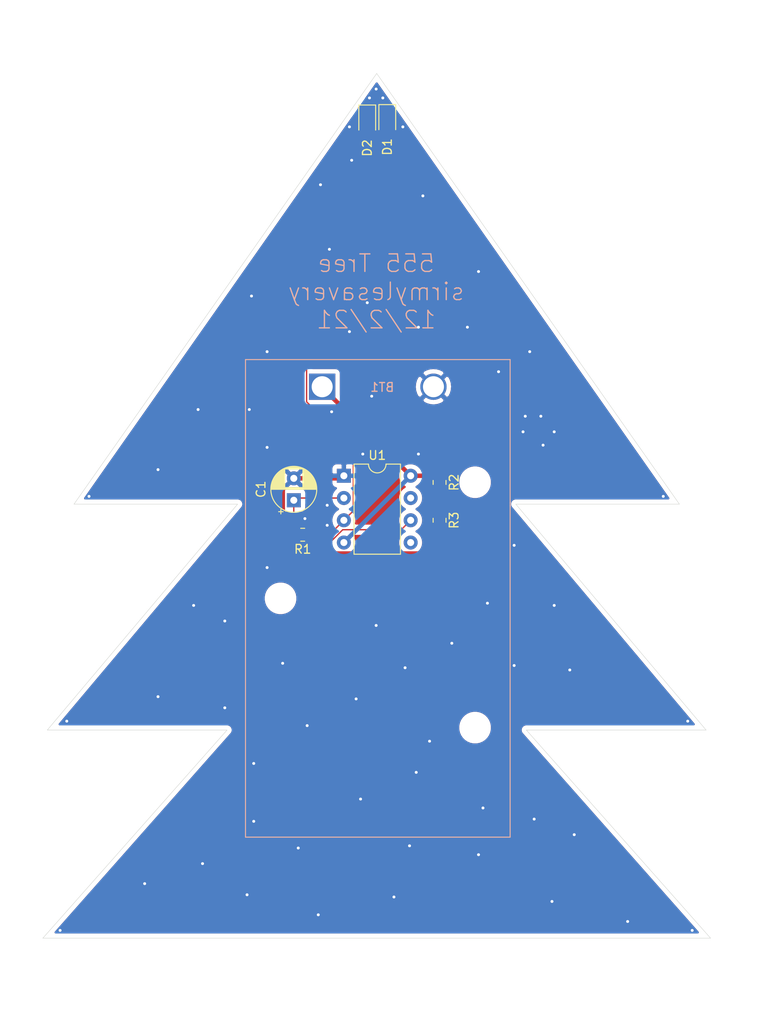
<source format=kicad_pcb>
(kicad_pcb (version 20171130) (host pcbnew "(5.1.8)-1")

  (general
    (thickness 1.6)
    (drawings 12)
    (tracks 119)
    (zones 0)
    (modules 8)
    (nets 8)
  )

  (page A4)
  (layers
    (0 F.Cu signal)
    (31 B.Cu signal)
    (32 B.Adhes user)
    (33 F.Adhes user)
    (34 B.Paste user)
    (35 F.Paste user)
    (36 B.SilkS user)
    (37 F.SilkS user)
    (38 B.Mask user)
    (39 F.Mask user)
    (40 Dwgs.User user)
    (41 Cmts.User user)
    (42 Eco1.User user)
    (43 Eco2.User user)
    (44 Edge.Cuts user)
    (45 Margin user)
    (46 B.CrtYd user)
    (47 F.CrtYd user)
    (48 B.Fab user hide)
    (49 F.Fab user hide)
  )

  (setup
    (last_trace_width 0.1524)
    (user_trace_width 0.1524)
    (user_trace_width 0.1778)
    (user_trace_width 0.254)
    (user_trace_width 0.3048)
    (user_trace_width 0.381)
    (user_trace_width 0.508)
    (user_trace_width 0.635)
    (user_trace_width 0.889)
    (user_trace_width 1.016)
    (user_trace_width 1.27)
    (user_trace_width 1.905)
    (user_trace_width 2.54)
    (trace_clearance 0.2)
    (zone_clearance 0.508)
    (zone_45_only no)
    (trace_min 0.1)
    (via_size 0.8)
    (via_drill 0.4)
    (via_min_size 0.4)
    (via_min_drill 0.3)
    (user_via 0.6096 0.3048)
    (user_via 0.6604 0.3302)
    (user_via 0.889 0.381)
    (user_via 1.397 0.635)
    (uvia_size 0.3)
    (uvia_drill 0.1)
    (uvias_allowed no)
    (uvia_min_size 0.2)
    (uvia_min_drill 0.1)
    (edge_width 0.05)
    (segment_width 0.2)
    (pcb_text_width 0.3)
    (pcb_text_size 1.5 1.5)
    (mod_edge_width 0.12)
    (mod_text_size 1 1)
    (mod_text_width 0.15)
    (pad_size 1.524 1.524)
    (pad_drill 0.762)
    (pad_to_mask_clearance 0)
    (aux_axis_origin 0 0)
    (visible_elements FFFFFF7F)
    (pcbplotparams
      (layerselection 0x010fc_ffffffff)
      (usegerberextensions false)
      (usegerberattributes true)
      (usegerberadvancedattributes true)
      (creategerberjobfile true)
      (excludeedgelayer true)
      (linewidth 0.100000)
      (plotframeref false)
      (viasonmask false)
      (mode 1)
      (useauxorigin false)
      (hpglpennumber 1)
      (hpglpenspeed 20)
      (hpglpendiameter 15.000000)
      (psnegative false)
      (psa4output false)
      (plotreference true)
      (plotvalue true)
      (plotinvisibletext false)
      (padsonsilk false)
      (subtractmaskfromsilk false)
      (outputformat 1)
      (mirror false)
      (drillshape 1)
      (scaleselection 1)
      (outputdirectory ""))
  )

  (net 0 "")
  (net 1 +9V)
  (net 2 GND)
  (net 3 "Net-(C1-Pad1)")
  (net 4 "Net-(D1-Pad2)")
  (net 5 "Net-(D1-Pad1)")
  (net 6 "Net-(U1-Pad7)")
  (net 7 "Net-(U1-Pad5)")

  (net_class Default "This is the default net class."
    (clearance 0.2)
    (trace_width 0.25)
    (via_dia 0.8)
    (via_drill 0.4)
    (uvia_dia 0.3)
    (uvia_drill 0.1)
    (add_net +9V)
    (add_net GND)
    (add_net "Net-(C1-Pad1)")
    (add_net "Net-(D1-Pad1)")
    (add_net "Net-(D1-Pad2)")
    (add_net "Net-(U1-Pad5)")
    (add_net "Net-(U1-Pad7)")
  )

  (module Package_DIP:DIP-8_W7.62mm (layer F.Cu) (tedit 5A02E8C5) (tstamp 61A97A54)
    (at 120.523 72.0725)
    (descr "8-lead though-hole mounted DIP package, row spacing 7.62 mm (300 mils)")
    (tags "THT DIP DIL PDIP 2.54mm 7.62mm 300mil")
    (path /61A9698A)
    (fp_text reference U1 (at 3.81 -2.33) (layer F.SilkS)
      (effects (font (size 1 1) (thickness 0.15)))
    )
    (fp_text value NE555P (at 3.81 9.95) (layer F.Fab)
      (effects (font (size 1 1) (thickness 0.15)))
    )
    (fp_text user %R (at 3.81 3.81) (layer F.Fab)
      (effects (font (size 1 1) (thickness 0.15)))
    )
    (fp_arc (start 3.81 -1.33) (end 2.81 -1.33) (angle -180) (layer F.SilkS) (width 0.12))
    (fp_line (start 1.635 -1.27) (end 6.985 -1.27) (layer F.Fab) (width 0.1))
    (fp_line (start 6.985 -1.27) (end 6.985 8.89) (layer F.Fab) (width 0.1))
    (fp_line (start 6.985 8.89) (end 0.635 8.89) (layer F.Fab) (width 0.1))
    (fp_line (start 0.635 8.89) (end 0.635 -0.27) (layer F.Fab) (width 0.1))
    (fp_line (start 0.635 -0.27) (end 1.635 -1.27) (layer F.Fab) (width 0.1))
    (fp_line (start 2.81 -1.33) (end 1.16 -1.33) (layer F.SilkS) (width 0.12))
    (fp_line (start 1.16 -1.33) (end 1.16 8.95) (layer F.SilkS) (width 0.12))
    (fp_line (start 1.16 8.95) (end 6.46 8.95) (layer F.SilkS) (width 0.12))
    (fp_line (start 6.46 8.95) (end 6.46 -1.33) (layer F.SilkS) (width 0.12))
    (fp_line (start 6.46 -1.33) (end 4.81 -1.33) (layer F.SilkS) (width 0.12))
    (fp_line (start -1.1 -1.55) (end -1.1 9.15) (layer F.CrtYd) (width 0.05))
    (fp_line (start -1.1 9.15) (end 8.7 9.15) (layer F.CrtYd) (width 0.05))
    (fp_line (start 8.7 9.15) (end 8.7 -1.55) (layer F.CrtYd) (width 0.05))
    (fp_line (start 8.7 -1.55) (end -1.1 -1.55) (layer F.CrtYd) (width 0.05))
    (pad 8 thru_hole oval (at 7.62 0) (size 1.6 1.6) (drill 0.8) (layers *.Cu *.Mask)
      (net 1 +9V))
    (pad 4 thru_hole oval (at 0 7.62) (size 1.6 1.6) (drill 0.8) (layers *.Cu *.Mask)
      (net 1 +9V))
    (pad 7 thru_hole oval (at 7.62 2.54) (size 1.6 1.6) (drill 0.8) (layers *.Cu *.Mask)
      (net 6 "Net-(U1-Pad7)"))
    (pad 3 thru_hole oval (at 0 5.08) (size 1.6 1.6) (drill 0.8) (layers *.Cu *.Mask)
      (net 5 "Net-(D1-Pad1)"))
    (pad 6 thru_hole oval (at 7.62 5.08) (size 1.6 1.6) (drill 0.8) (layers *.Cu *.Mask)
      (net 3 "Net-(C1-Pad1)"))
    (pad 2 thru_hole oval (at 0 2.54) (size 1.6 1.6) (drill 0.8) (layers *.Cu *.Mask)
      (net 3 "Net-(C1-Pad1)"))
    (pad 5 thru_hole oval (at 7.62 7.62) (size 1.6 1.6) (drill 0.8) (layers *.Cu *.Mask)
      (net 7 "Net-(U1-Pad5)"))
    (pad 1 thru_hole rect (at 0 0) (size 1.6 1.6) (drill 0.8) (layers *.Cu *.Mask)
      (net 2 GND))
    (model ${KISYS3DMOD}/Package_DIP.3dshapes/DIP-8_W7.62mm.wrl
      (at (xyz 0 0 0))
      (scale (xyz 1 1 1))
      (rotate (xyz 0 0 0))
    )
  )

  (module Resistor_SMD:R_0805_2012Metric_Pad1.20x1.40mm_HandSolder (layer F.Cu) (tedit 5F68FEEE) (tstamp 61A97A38)
    (at 131.445 77.1525 270)
    (descr "Resistor SMD 0805 (2012 Metric), square (rectangular) end terminal, IPC_7351 nominal with elongated pad for handsoldering. (Body size source: IPC-SM-782 page 72, https://www.pcb-3d.com/wordpress/wp-content/uploads/ipc-sm-782a_amendment_1_and_2.pdf), generated with kicad-footprint-generator")
    (tags "resistor handsolder")
    (path /61A9C289)
    (attr smd)
    (fp_text reference R3 (at 0 -1.65 90) (layer F.SilkS)
      (effects (font (size 1 1) (thickness 0.15)))
    )
    (fp_text value 220 (at 0 1.65 90) (layer F.Fab)
      (effects (font (size 1 1) (thickness 0.15)))
    )
    (fp_text user %R (at 0 0 90) (layer F.Fab)
      (effects (font (size 0.5 0.5) (thickness 0.08)))
    )
    (fp_line (start -1 0.625) (end -1 -0.625) (layer F.Fab) (width 0.1))
    (fp_line (start -1 -0.625) (end 1 -0.625) (layer F.Fab) (width 0.1))
    (fp_line (start 1 -0.625) (end 1 0.625) (layer F.Fab) (width 0.1))
    (fp_line (start 1 0.625) (end -1 0.625) (layer F.Fab) (width 0.1))
    (fp_line (start -0.227064 -0.735) (end 0.227064 -0.735) (layer F.SilkS) (width 0.12))
    (fp_line (start -0.227064 0.735) (end 0.227064 0.735) (layer F.SilkS) (width 0.12))
    (fp_line (start -1.85 0.95) (end -1.85 -0.95) (layer F.CrtYd) (width 0.05))
    (fp_line (start -1.85 -0.95) (end 1.85 -0.95) (layer F.CrtYd) (width 0.05))
    (fp_line (start 1.85 -0.95) (end 1.85 0.95) (layer F.CrtYd) (width 0.05))
    (fp_line (start 1.85 0.95) (end -1.85 0.95) (layer F.CrtYd) (width 0.05))
    (pad 2 smd roundrect (at 1 0 270) (size 1.2 1.4) (layers F.Cu F.Paste F.Mask) (roundrect_rratio 0.208333)
      (net 2 GND))
    (pad 1 smd roundrect (at -1 0 270) (size 1.2 1.4) (layers F.Cu F.Paste F.Mask) (roundrect_rratio 0.208333)
      (net 4 "Net-(D1-Pad2)"))
    (model ${KISYS3DMOD}/Resistor_SMD.3dshapes/R_0805_2012Metric.wrl
      (at (xyz 0 0 0))
      (scale (xyz 1 1 1))
      (rotate (xyz 0 0 0))
    )
  )

  (module Resistor_SMD:R_0805_2012Metric_Pad1.20x1.40mm_HandSolder (layer F.Cu) (tedit 5F68FEEE) (tstamp 61A97A27)
    (at 131.445 72.8345 270)
    (descr "Resistor SMD 0805 (2012 Metric), square (rectangular) end terminal, IPC_7351 nominal with elongated pad for handsoldering. (Body size source: IPC-SM-782 page 72, https://www.pcb-3d.com/wordpress/wp-content/uploads/ipc-sm-782a_amendment_1_and_2.pdf), generated with kicad-footprint-generator")
    (tags "resistor handsolder")
    (path /61A973C0)
    (attr smd)
    (fp_text reference R2 (at 0 -1.65 90) (layer F.SilkS)
      (effects (font (size 1 1) (thickness 0.15)))
    )
    (fp_text value 220 (at 0 1.65 90) (layer F.Fab)
      (effects (font (size 1 1) (thickness 0.15)))
    )
    (fp_text user %R (at 0 0 90) (layer F.Fab)
      (effects (font (size 0.5 0.5) (thickness 0.08)))
    )
    (fp_line (start -1 0.625) (end -1 -0.625) (layer F.Fab) (width 0.1))
    (fp_line (start -1 -0.625) (end 1 -0.625) (layer F.Fab) (width 0.1))
    (fp_line (start 1 -0.625) (end 1 0.625) (layer F.Fab) (width 0.1))
    (fp_line (start 1 0.625) (end -1 0.625) (layer F.Fab) (width 0.1))
    (fp_line (start -0.227064 -0.735) (end 0.227064 -0.735) (layer F.SilkS) (width 0.12))
    (fp_line (start -0.227064 0.735) (end 0.227064 0.735) (layer F.SilkS) (width 0.12))
    (fp_line (start -1.85 0.95) (end -1.85 -0.95) (layer F.CrtYd) (width 0.05))
    (fp_line (start -1.85 -0.95) (end 1.85 -0.95) (layer F.CrtYd) (width 0.05))
    (fp_line (start 1.85 -0.95) (end 1.85 0.95) (layer F.CrtYd) (width 0.05))
    (fp_line (start 1.85 0.95) (end -1.85 0.95) (layer F.CrtYd) (width 0.05))
    (pad 2 smd roundrect (at 1 0 270) (size 1.2 1.4) (layers F.Cu F.Paste F.Mask) (roundrect_rratio 0.208333)
      (net 4 "Net-(D1-Pad2)"))
    (pad 1 smd roundrect (at -1 0 270) (size 1.2 1.4) (layers F.Cu F.Paste F.Mask) (roundrect_rratio 0.208333)
      (net 1 +9V))
    (model ${KISYS3DMOD}/Resistor_SMD.3dshapes/R_0805_2012Metric.wrl
      (at (xyz 0 0 0))
      (scale (xyz 1 1 1))
      (rotate (xyz 0 0 0))
    )
  )

  (module Resistor_SMD:R_0805_2012Metric_Pad1.20x1.40mm_HandSolder (layer F.Cu) (tedit 5F68FEEE) (tstamp 61A97A16)
    (at 115.824 78.8035 180)
    (descr "Resistor SMD 0805 (2012 Metric), square (rectangular) end terminal, IPC_7351 nominal with elongated pad for handsoldering. (Body size source: IPC-SM-782 page 72, https://www.pcb-3d.com/wordpress/wp-content/uploads/ipc-sm-782a_amendment_1_and_2.pdf), generated with kicad-footprint-generator")
    (tags "resistor handsolder")
    (path /61A9B8EA)
    (attr smd)
    (fp_text reference R1 (at 0 -1.65) (layer F.SilkS)
      (effects (font (size 1 1) (thickness 0.15)))
    )
    (fp_text value 33k (at 0 1.65) (layer F.Fab)
      (effects (font (size 1 1) (thickness 0.15)))
    )
    (fp_text user %R (at 0 0) (layer F.Fab)
      (effects (font (size 0.5 0.5) (thickness 0.08)))
    )
    (fp_line (start -1 0.625) (end -1 -0.625) (layer F.Fab) (width 0.1))
    (fp_line (start -1 -0.625) (end 1 -0.625) (layer F.Fab) (width 0.1))
    (fp_line (start 1 -0.625) (end 1 0.625) (layer F.Fab) (width 0.1))
    (fp_line (start 1 0.625) (end -1 0.625) (layer F.Fab) (width 0.1))
    (fp_line (start -0.227064 -0.735) (end 0.227064 -0.735) (layer F.SilkS) (width 0.12))
    (fp_line (start -0.227064 0.735) (end 0.227064 0.735) (layer F.SilkS) (width 0.12))
    (fp_line (start -1.85 0.95) (end -1.85 -0.95) (layer F.CrtYd) (width 0.05))
    (fp_line (start -1.85 -0.95) (end 1.85 -0.95) (layer F.CrtYd) (width 0.05))
    (fp_line (start 1.85 -0.95) (end 1.85 0.95) (layer F.CrtYd) (width 0.05))
    (fp_line (start 1.85 0.95) (end -1.85 0.95) (layer F.CrtYd) (width 0.05))
    (pad 2 smd roundrect (at 1 0 180) (size 1.2 1.4) (layers F.Cu F.Paste F.Mask) (roundrect_rratio 0.208333)
      (net 3 "Net-(C1-Pad1)"))
    (pad 1 smd roundrect (at -1 0 180) (size 1.2 1.4) (layers F.Cu F.Paste F.Mask) (roundrect_rratio 0.208333)
      (net 5 "Net-(D1-Pad1)"))
    (model ${KISYS3DMOD}/Resistor_SMD.3dshapes/R_0805_2012Metric.wrl
      (at (xyz 0 0 0))
      (scale (xyz 1 1 1))
      (rotate (xyz 0 0 0))
    )
  )

  (module LED_SMD:LED_0805_2012Metric_Pad1.15x1.40mm_HandSolder (layer F.Cu) (tedit 5F68FEF1) (tstamp 61A97A05)
    (at 123.19 31.623 270)
    (descr "LED SMD 0805 (2012 Metric), square (rectangular) end terminal, IPC_7351 nominal, (Body size source: https://docs.google.com/spreadsheets/d/1BsfQQcO9C6DZCsRaXUlFlo91Tg2WpOkGARC1WS5S8t0/edit?usp=sharing), generated with kicad-footprint-generator")
    (tags "LED handsolder")
    (path /61A9B31F)
    (attr smd)
    (fp_text reference D2 (at 3.048 0 90) (layer F.SilkS)
      (effects (font (size 1 1) (thickness 0.15)))
    )
    (fp_text value GREEN (at 0 1.65 90) (layer F.Fab)
      (effects (font (size 1 1) (thickness 0.15)))
    )
    (fp_text user %R (at 0 0 90) (layer F.Fab)
      (effects (font (size 0.5 0.5) (thickness 0.08)))
    )
    (fp_line (start 1 -0.6) (end -0.7 -0.6) (layer F.Fab) (width 0.1))
    (fp_line (start -0.7 -0.6) (end -1 -0.3) (layer F.Fab) (width 0.1))
    (fp_line (start -1 -0.3) (end -1 0.6) (layer F.Fab) (width 0.1))
    (fp_line (start -1 0.6) (end 1 0.6) (layer F.Fab) (width 0.1))
    (fp_line (start 1 0.6) (end 1 -0.6) (layer F.Fab) (width 0.1))
    (fp_line (start 1 -0.96) (end -1.86 -0.96) (layer F.SilkS) (width 0.12))
    (fp_line (start -1.86 -0.96) (end -1.86 0.96) (layer F.SilkS) (width 0.12))
    (fp_line (start -1.86 0.96) (end 1 0.96) (layer F.SilkS) (width 0.12))
    (fp_line (start -1.85 0.95) (end -1.85 -0.95) (layer F.CrtYd) (width 0.05))
    (fp_line (start -1.85 -0.95) (end 1.85 -0.95) (layer F.CrtYd) (width 0.05))
    (fp_line (start 1.85 -0.95) (end 1.85 0.95) (layer F.CrtYd) (width 0.05))
    (fp_line (start 1.85 0.95) (end -1.85 0.95) (layer F.CrtYd) (width 0.05))
    (pad 2 smd roundrect (at 1.025 0 270) (size 1.15 1.4) (layers F.Cu F.Paste F.Mask) (roundrect_rratio 0.217391)
      (net 5 "Net-(D1-Pad1)"))
    (pad 1 smd roundrect (at -1.025 0 270) (size 1.15 1.4) (layers F.Cu F.Paste F.Mask) (roundrect_rratio 0.217391)
      (net 4 "Net-(D1-Pad2)"))
    (model ${KISYS3DMOD}/LED_SMD.3dshapes/LED_0805_2012Metric.wrl
      (at (xyz 0 0 0))
      (scale (xyz 1 1 1))
      (rotate (xyz 0 0 0))
    )
  )

  (module LED_SMD:LED_0805_2012Metric_Pad1.15x1.40mm_HandSolder (layer F.Cu) (tedit 5F68FEF1) (tstamp 61A979F2)
    (at 125.476 31.578 270)
    (descr "LED SMD 0805 (2012 Metric), square (rectangular) end terminal, IPC_7351 nominal, (Body size source: https://docs.google.com/spreadsheets/d/1BsfQQcO9C6DZCsRaXUlFlo91Tg2WpOkGARC1WS5S8t0/edit?usp=sharing), generated with kicad-footprint-generator")
    (tags "LED handsolder")
    (path /61A9A467)
    (attr smd)
    (fp_text reference D1 (at 2.966 0 90) (layer F.SilkS)
      (effects (font (size 1 1) (thickness 0.15)))
    )
    (fp_text value RED (at 0 1.65 90) (layer F.Fab)
      (effects (font (size 1 1) (thickness 0.15)))
    )
    (fp_text user %R (at 0 0 90) (layer F.Fab)
      (effects (font (size 0.5 0.5) (thickness 0.08)))
    )
    (fp_line (start 1 -0.6) (end -0.7 -0.6) (layer F.Fab) (width 0.1))
    (fp_line (start -0.7 -0.6) (end -1 -0.3) (layer F.Fab) (width 0.1))
    (fp_line (start -1 -0.3) (end -1 0.6) (layer F.Fab) (width 0.1))
    (fp_line (start -1 0.6) (end 1 0.6) (layer F.Fab) (width 0.1))
    (fp_line (start 1 0.6) (end 1 -0.6) (layer F.Fab) (width 0.1))
    (fp_line (start 1 -0.96) (end -1.86 -0.96) (layer F.SilkS) (width 0.12))
    (fp_line (start -1.86 -0.96) (end -1.86 0.96) (layer F.SilkS) (width 0.12))
    (fp_line (start -1.86 0.96) (end 1 0.96) (layer F.SilkS) (width 0.12))
    (fp_line (start -1.85 0.95) (end -1.85 -0.95) (layer F.CrtYd) (width 0.05))
    (fp_line (start -1.85 -0.95) (end 1.85 -0.95) (layer F.CrtYd) (width 0.05))
    (fp_line (start 1.85 -0.95) (end 1.85 0.95) (layer F.CrtYd) (width 0.05))
    (fp_line (start 1.85 0.95) (end -1.85 0.95) (layer F.CrtYd) (width 0.05))
    (pad 2 smd roundrect (at 1.025 0 270) (size 1.15 1.4) (layers F.Cu F.Paste F.Mask) (roundrect_rratio 0.217391)
      (net 4 "Net-(D1-Pad2)"))
    (pad 1 smd roundrect (at -1.025 0 270) (size 1.15 1.4) (layers F.Cu F.Paste F.Mask) (roundrect_rratio 0.217391)
      (net 5 "Net-(D1-Pad1)"))
    (model ${KISYS3DMOD}/LED_SMD.3dshapes/LED_0805_2012Metric.wrl
      (at (xyz 0 0 0))
      (scale (xyz 1 1 1))
      (rotate (xyz 0 0 0))
    )
  )

  (module Capacitor_THT:CP_Radial_D5.0mm_P2.50mm (layer F.Cu) (tedit 5AE50EF0) (tstamp 61A979DF)
    (at 114.808 74.8665 90)
    (descr "CP, Radial series, Radial, pin pitch=2.50mm, , diameter=5mm, Electrolytic Capacitor")
    (tags "CP Radial series Radial pin pitch 2.50mm  diameter 5mm Electrolytic Capacitor")
    (path /61A97CD1)
    (fp_text reference C1 (at 1.25 -3.75 90) (layer F.SilkS)
      (effects (font (size 1 1) (thickness 0.15)))
    )
    (fp_text value CP (at 1.25 3.75 90) (layer F.Fab)
      (effects (font (size 1 1) (thickness 0.15)))
    )
    (fp_text user %R (at 1.25 0 90) (layer F.Fab)
      (effects (font (size 1 1) (thickness 0.15)))
    )
    (fp_circle (center 1.25 0) (end 3.75 0) (layer F.Fab) (width 0.1))
    (fp_circle (center 1.25 0) (end 3.87 0) (layer F.SilkS) (width 0.12))
    (fp_circle (center 1.25 0) (end 4 0) (layer F.CrtYd) (width 0.05))
    (fp_line (start -0.883605 -1.0875) (end -0.383605 -1.0875) (layer F.Fab) (width 0.1))
    (fp_line (start -0.633605 -1.3375) (end -0.633605 -0.8375) (layer F.Fab) (width 0.1))
    (fp_line (start 1.25 -2.58) (end 1.25 2.58) (layer F.SilkS) (width 0.12))
    (fp_line (start 1.29 -2.58) (end 1.29 2.58) (layer F.SilkS) (width 0.12))
    (fp_line (start 1.33 -2.579) (end 1.33 2.579) (layer F.SilkS) (width 0.12))
    (fp_line (start 1.37 -2.578) (end 1.37 2.578) (layer F.SilkS) (width 0.12))
    (fp_line (start 1.41 -2.576) (end 1.41 2.576) (layer F.SilkS) (width 0.12))
    (fp_line (start 1.45 -2.573) (end 1.45 2.573) (layer F.SilkS) (width 0.12))
    (fp_line (start 1.49 -2.569) (end 1.49 -1.04) (layer F.SilkS) (width 0.12))
    (fp_line (start 1.49 1.04) (end 1.49 2.569) (layer F.SilkS) (width 0.12))
    (fp_line (start 1.53 -2.565) (end 1.53 -1.04) (layer F.SilkS) (width 0.12))
    (fp_line (start 1.53 1.04) (end 1.53 2.565) (layer F.SilkS) (width 0.12))
    (fp_line (start 1.57 -2.561) (end 1.57 -1.04) (layer F.SilkS) (width 0.12))
    (fp_line (start 1.57 1.04) (end 1.57 2.561) (layer F.SilkS) (width 0.12))
    (fp_line (start 1.61 -2.556) (end 1.61 -1.04) (layer F.SilkS) (width 0.12))
    (fp_line (start 1.61 1.04) (end 1.61 2.556) (layer F.SilkS) (width 0.12))
    (fp_line (start 1.65 -2.55) (end 1.65 -1.04) (layer F.SilkS) (width 0.12))
    (fp_line (start 1.65 1.04) (end 1.65 2.55) (layer F.SilkS) (width 0.12))
    (fp_line (start 1.69 -2.543) (end 1.69 -1.04) (layer F.SilkS) (width 0.12))
    (fp_line (start 1.69 1.04) (end 1.69 2.543) (layer F.SilkS) (width 0.12))
    (fp_line (start 1.73 -2.536) (end 1.73 -1.04) (layer F.SilkS) (width 0.12))
    (fp_line (start 1.73 1.04) (end 1.73 2.536) (layer F.SilkS) (width 0.12))
    (fp_line (start 1.77 -2.528) (end 1.77 -1.04) (layer F.SilkS) (width 0.12))
    (fp_line (start 1.77 1.04) (end 1.77 2.528) (layer F.SilkS) (width 0.12))
    (fp_line (start 1.81 -2.52) (end 1.81 -1.04) (layer F.SilkS) (width 0.12))
    (fp_line (start 1.81 1.04) (end 1.81 2.52) (layer F.SilkS) (width 0.12))
    (fp_line (start 1.85 -2.511) (end 1.85 -1.04) (layer F.SilkS) (width 0.12))
    (fp_line (start 1.85 1.04) (end 1.85 2.511) (layer F.SilkS) (width 0.12))
    (fp_line (start 1.89 -2.501) (end 1.89 -1.04) (layer F.SilkS) (width 0.12))
    (fp_line (start 1.89 1.04) (end 1.89 2.501) (layer F.SilkS) (width 0.12))
    (fp_line (start 1.93 -2.491) (end 1.93 -1.04) (layer F.SilkS) (width 0.12))
    (fp_line (start 1.93 1.04) (end 1.93 2.491) (layer F.SilkS) (width 0.12))
    (fp_line (start 1.971 -2.48) (end 1.971 -1.04) (layer F.SilkS) (width 0.12))
    (fp_line (start 1.971 1.04) (end 1.971 2.48) (layer F.SilkS) (width 0.12))
    (fp_line (start 2.011 -2.468) (end 2.011 -1.04) (layer F.SilkS) (width 0.12))
    (fp_line (start 2.011 1.04) (end 2.011 2.468) (layer F.SilkS) (width 0.12))
    (fp_line (start 2.051 -2.455) (end 2.051 -1.04) (layer F.SilkS) (width 0.12))
    (fp_line (start 2.051 1.04) (end 2.051 2.455) (layer F.SilkS) (width 0.12))
    (fp_line (start 2.091 -2.442) (end 2.091 -1.04) (layer F.SilkS) (width 0.12))
    (fp_line (start 2.091 1.04) (end 2.091 2.442) (layer F.SilkS) (width 0.12))
    (fp_line (start 2.131 -2.428) (end 2.131 -1.04) (layer F.SilkS) (width 0.12))
    (fp_line (start 2.131 1.04) (end 2.131 2.428) (layer F.SilkS) (width 0.12))
    (fp_line (start 2.171 -2.414) (end 2.171 -1.04) (layer F.SilkS) (width 0.12))
    (fp_line (start 2.171 1.04) (end 2.171 2.414) (layer F.SilkS) (width 0.12))
    (fp_line (start 2.211 -2.398) (end 2.211 -1.04) (layer F.SilkS) (width 0.12))
    (fp_line (start 2.211 1.04) (end 2.211 2.398) (layer F.SilkS) (width 0.12))
    (fp_line (start 2.251 -2.382) (end 2.251 -1.04) (layer F.SilkS) (width 0.12))
    (fp_line (start 2.251 1.04) (end 2.251 2.382) (layer F.SilkS) (width 0.12))
    (fp_line (start 2.291 -2.365) (end 2.291 -1.04) (layer F.SilkS) (width 0.12))
    (fp_line (start 2.291 1.04) (end 2.291 2.365) (layer F.SilkS) (width 0.12))
    (fp_line (start 2.331 -2.348) (end 2.331 -1.04) (layer F.SilkS) (width 0.12))
    (fp_line (start 2.331 1.04) (end 2.331 2.348) (layer F.SilkS) (width 0.12))
    (fp_line (start 2.371 -2.329) (end 2.371 -1.04) (layer F.SilkS) (width 0.12))
    (fp_line (start 2.371 1.04) (end 2.371 2.329) (layer F.SilkS) (width 0.12))
    (fp_line (start 2.411 -2.31) (end 2.411 -1.04) (layer F.SilkS) (width 0.12))
    (fp_line (start 2.411 1.04) (end 2.411 2.31) (layer F.SilkS) (width 0.12))
    (fp_line (start 2.451 -2.29) (end 2.451 -1.04) (layer F.SilkS) (width 0.12))
    (fp_line (start 2.451 1.04) (end 2.451 2.29) (layer F.SilkS) (width 0.12))
    (fp_line (start 2.491 -2.268) (end 2.491 -1.04) (layer F.SilkS) (width 0.12))
    (fp_line (start 2.491 1.04) (end 2.491 2.268) (layer F.SilkS) (width 0.12))
    (fp_line (start 2.531 -2.247) (end 2.531 -1.04) (layer F.SilkS) (width 0.12))
    (fp_line (start 2.531 1.04) (end 2.531 2.247) (layer F.SilkS) (width 0.12))
    (fp_line (start 2.571 -2.224) (end 2.571 -1.04) (layer F.SilkS) (width 0.12))
    (fp_line (start 2.571 1.04) (end 2.571 2.224) (layer F.SilkS) (width 0.12))
    (fp_line (start 2.611 -2.2) (end 2.611 -1.04) (layer F.SilkS) (width 0.12))
    (fp_line (start 2.611 1.04) (end 2.611 2.2) (layer F.SilkS) (width 0.12))
    (fp_line (start 2.651 -2.175) (end 2.651 -1.04) (layer F.SilkS) (width 0.12))
    (fp_line (start 2.651 1.04) (end 2.651 2.175) (layer F.SilkS) (width 0.12))
    (fp_line (start 2.691 -2.149) (end 2.691 -1.04) (layer F.SilkS) (width 0.12))
    (fp_line (start 2.691 1.04) (end 2.691 2.149) (layer F.SilkS) (width 0.12))
    (fp_line (start 2.731 -2.122) (end 2.731 -1.04) (layer F.SilkS) (width 0.12))
    (fp_line (start 2.731 1.04) (end 2.731 2.122) (layer F.SilkS) (width 0.12))
    (fp_line (start 2.771 -2.095) (end 2.771 -1.04) (layer F.SilkS) (width 0.12))
    (fp_line (start 2.771 1.04) (end 2.771 2.095) (layer F.SilkS) (width 0.12))
    (fp_line (start 2.811 -2.065) (end 2.811 -1.04) (layer F.SilkS) (width 0.12))
    (fp_line (start 2.811 1.04) (end 2.811 2.065) (layer F.SilkS) (width 0.12))
    (fp_line (start 2.851 -2.035) (end 2.851 -1.04) (layer F.SilkS) (width 0.12))
    (fp_line (start 2.851 1.04) (end 2.851 2.035) (layer F.SilkS) (width 0.12))
    (fp_line (start 2.891 -2.004) (end 2.891 -1.04) (layer F.SilkS) (width 0.12))
    (fp_line (start 2.891 1.04) (end 2.891 2.004) (layer F.SilkS) (width 0.12))
    (fp_line (start 2.931 -1.971) (end 2.931 -1.04) (layer F.SilkS) (width 0.12))
    (fp_line (start 2.931 1.04) (end 2.931 1.971) (layer F.SilkS) (width 0.12))
    (fp_line (start 2.971 -1.937) (end 2.971 -1.04) (layer F.SilkS) (width 0.12))
    (fp_line (start 2.971 1.04) (end 2.971 1.937) (layer F.SilkS) (width 0.12))
    (fp_line (start 3.011 -1.901) (end 3.011 -1.04) (layer F.SilkS) (width 0.12))
    (fp_line (start 3.011 1.04) (end 3.011 1.901) (layer F.SilkS) (width 0.12))
    (fp_line (start 3.051 -1.864) (end 3.051 -1.04) (layer F.SilkS) (width 0.12))
    (fp_line (start 3.051 1.04) (end 3.051 1.864) (layer F.SilkS) (width 0.12))
    (fp_line (start 3.091 -1.826) (end 3.091 -1.04) (layer F.SilkS) (width 0.12))
    (fp_line (start 3.091 1.04) (end 3.091 1.826) (layer F.SilkS) (width 0.12))
    (fp_line (start 3.131 -1.785) (end 3.131 -1.04) (layer F.SilkS) (width 0.12))
    (fp_line (start 3.131 1.04) (end 3.131 1.785) (layer F.SilkS) (width 0.12))
    (fp_line (start 3.171 -1.743) (end 3.171 -1.04) (layer F.SilkS) (width 0.12))
    (fp_line (start 3.171 1.04) (end 3.171 1.743) (layer F.SilkS) (width 0.12))
    (fp_line (start 3.211 -1.699) (end 3.211 -1.04) (layer F.SilkS) (width 0.12))
    (fp_line (start 3.211 1.04) (end 3.211 1.699) (layer F.SilkS) (width 0.12))
    (fp_line (start 3.251 -1.653) (end 3.251 -1.04) (layer F.SilkS) (width 0.12))
    (fp_line (start 3.251 1.04) (end 3.251 1.653) (layer F.SilkS) (width 0.12))
    (fp_line (start 3.291 -1.605) (end 3.291 -1.04) (layer F.SilkS) (width 0.12))
    (fp_line (start 3.291 1.04) (end 3.291 1.605) (layer F.SilkS) (width 0.12))
    (fp_line (start 3.331 -1.554) (end 3.331 -1.04) (layer F.SilkS) (width 0.12))
    (fp_line (start 3.331 1.04) (end 3.331 1.554) (layer F.SilkS) (width 0.12))
    (fp_line (start 3.371 -1.5) (end 3.371 -1.04) (layer F.SilkS) (width 0.12))
    (fp_line (start 3.371 1.04) (end 3.371 1.5) (layer F.SilkS) (width 0.12))
    (fp_line (start 3.411 -1.443) (end 3.411 -1.04) (layer F.SilkS) (width 0.12))
    (fp_line (start 3.411 1.04) (end 3.411 1.443) (layer F.SilkS) (width 0.12))
    (fp_line (start 3.451 -1.383) (end 3.451 -1.04) (layer F.SilkS) (width 0.12))
    (fp_line (start 3.451 1.04) (end 3.451 1.383) (layer F.SilkS) (width 0.12))
    (fp_line (start 3.491 -1.319) (end 3.491 -1.04) (layer F.SilkS) (width 0.12))
    (fp_line (start 3.491 1.04) (end 3.491 1.319) (layer F.SilkS) (width 0.12))
    (fp_line (start 3.531 -1.251) (end 3.531 -1.04) (layer F.SilkS) (width 0.12))
    (fp_line (start 3.531 1.04) (end 3.531 1.251) (layer F.SilkS) (width 0.12))
    (fp_line (start 3.571 -1.178) (end 3.571 1.178) (layer F.SilkS) (width 0.12))
    (fp_line (start 3.611 -1.098) (end 3.611 1.098) (layer F.SilkS) (width 0.12))
    (fp_line (start 3.651 -1.011) (end 3.651 1.011) (layer F.SilkS) (width 0.12))
    (fp_line (start 3.691 -0.915) (end 3.691 0.915) (layer F.SilkS) (width 0.12))
    (fp_line (start 3.731 -0.805) (end 3.731 0.805) (layer F.SilkS) (width 0.12))
    (fp_line (start 3.771 -0.677) (end 3.771 0.677) (layer F.SilkS) (width 0.12))
    (fp_line (start 3.811 -0.518) (end 3.811 0.518) (layer F.SilkS) (width 0.12))
    (fp_line (start 3.851 -0.284) (end 3.851 0.284) (layer F.SilkS) (width 0.12))
    (fp_line (start -1.554775 -1.475) (end -1.054775 -1.475) (layer F.SilkS) (width 0.12))
    (fp_line (start -1.304775 -1.725) (end -1.304775 -1.225) (layer F.SilkS) (width 0.12))
    (pad 2 thru_hole circle (at 2.5 0 90) (size 1.6 1.6) (drill 0.8) (layers *.Cu *.Mask)
      (net 2 GND))
    (pad 1 thru_hole rect (at 0 0 90) (size 1.6 1.6) (drill 0.8) (layers *.Cu *.Mask)
      (net 3 "Net-(C1-Pad1)"))
    (model ${KISYS3DMOD}/Capacitor_THT.3dshapes/CP_Radial_D5.0mm_P2.50mm.wrl
      (at (xyz 0 0 0))
      (scale (xyz 1 1 1))
      (rotate (xyz 0 0 0))
    )
  )

  (module Battery:BatteryHolder_Eagle_12BH611-GR (layer B.Cu) (tedit 5F4B6D66) (tstamp 61A9795B)
    (at 118.0465 61.9125 90)
    (descr https://eu.mouser.com/datasheet/2/209/EPD-200766-1274481.pdf)
    (tags "9V Battery Holder")
    (path /61AABF2A)
    (fp_text reference BT1 (at -0.0635 6.858) (layer B.SilkS)
      (effects (font (size 1 1) (thickness 0.15)) (justify mirror))
    )
    (fp_text value Battery_Cell (at -24.13 -11.43 270) (layer B.Fab)
      (effects (font (size 1 1) (thickness 0.15)) (justify mirror))
    )
    (fp_text user %R (at -24.13 6.35 270) (layer B.Fab)
      (effects (font (size 1 1) (thickness 0.15)) (justify mirror))
    )
    (fp_text user - (at -7 12.7 90) (layer B.Fab)
      (effects (font (size 3 3) (thickness 0.45)) (justify mirror))
    )
    (fp_text user + (at -7 0 90) (layer B.Fab)
      (effects (font (size 3 3) (thickness 0.45)) (justify mirror))
    )
    (fp_line (start -51.4 21.45) (end 3.1 21.45) (layer B.SilkS) (width 0.12))
    (fp_line (start 3.1 21.45) (end 3.1 -8.75) (layer B.SilkS) (width 0.12))
    (fp_line (start 3.1 -8.75) (end -51.4 -8.75) (layer B.SilkS) (width 0.12))
    (fp_line (start -51.4 -8.75) (end -51.4 21.45) (layer B.SilkS) (width 0.12))
    (fp_line (start -51.9 21.95) (end 3.6 21.95) (layer B.CrtYd) (width 0.05))
    (fp_line (start 3.6 21.95) (end 3.6 -9.25) (layer B.CrtYd) (width 0.05))
    (fp_line (start 3.6 -9.25) (end -51.9 -9.25) (layer B.CrtYd) (width 0.05))
    (fp_line (start -51.9 -9.25) (end -51.9 21.95) (layer B.CrtYd) (width 0.05))
    (fp_line (start 1.85 -8.75) (end 1.85 21.45) (layer B.Fab) (width 0.1))
    (fp_line (start -2 21.45) (end -2 -8.75) (layer B.Fab) (width 0.1))
    (fp_line (start -2 14.75) (end -4 14.75) (layer B.Fab) (width 0.1))
    (fp_line (start -4 14.75) (end -4 10.65) (layer B.Fab) (width 0.1))
    (fp_line (start -4 10.65) (end -2 10.65) (layer B.Fab) (width 0.1))
    (fp_line (start -2 0.25) (end -4 0.25) (layer B.Fab) (width 0.1))
    (fp_line (start -4 2.55) (end -4 -2.55) (layer B.Fab) (width 0.1))
    (fp_line (start -4 -0.25) (end -2 -0.25) (layer B.Fab) (width 0.1))
    (fp_line (start -4 2.05) (end -2 2.05) (layer B.Fab) (width 0.1))
    (fp_line (start -2 2.55) (end -4 2.55) (layer B.Fab) (width 0.1))
    (fp_line (start -4 -2.55) (end -2 -2.55) (layer B.Fab) (width 0.1))
    (fp_line (start -2 -2.05) (end -4 -2.05) (layer B.Fab) (width 0.1))
    (fp_line (start -2 19.35) (end -27 19.35) (layer B.Fab) (width 0.1))
    (fp_line (start -27 19.35) (end -27 21.45) (layer B.Fab) (width 0.1))
    (fp_line (start -2 -6.65) (end -27 -6.65) (layer B.Fab) (width 0.1))
    (fp_line (start -27 -6.65) (end -27 -8.75) (layer B.Fab) (width 0.1))
    (fp_line (start -51.4 15.35) (end -47 15.35) (layer B.Fab) (width 0.1))
    (fp_line (start -51.4 -2.65) (end -47 -2.65) (layer B.Fab) (width 0.1))
    (fp_line (start -50 -2.65) (end -50 15.35) (layer B.Fab) (width 0.1))
    (fp_line (start -49 -2.65) (end -49 15.35) (layer B.Fab) (width 0.1))
    (fp_line (start -48 -2.65) (end -48 15.35) (layer B.Fab) (width 0.1))
    (fp_line (start -47 -2.65) (end -47 15.35) (layer B.Fab) (width 0.1))
    (fp_line (start -51.4 -8.75) (end -51.4 21.45) (layer B.Fab) (width 0.1))
    (fp_line (start -51.4 21.45) (end 3.1 21.45) (layer B.Fab) (width 0.1))
    (fp_line (start 3.1 -8.75) (end -51.4 -8.75) (layer B.Fab) (width 0.1))
    (fp_line (start 3.1 21.45) (end 3.1 -8.75) (layer B.Fab) (width 0.1))
    (pad "" np_thru_hole circle (at -24.15 -4.75 90) (size 2.6 2.6) (drill 2.6) (layers *.Cu *.Mask))
    (pad "" np_thru_hole circle (at -38.9 17.45 90) (size 2.6 2.6) (drill 2.6) (layers *.Cu *.Mask))
    (pad "" np_thru_hole circle (at -10.9 17.45 90) (size 2.6 2.6) (drill 2.6) (layers *.Cu *.Mask))
    (pad 1 thru_hole rect (at 0 0 90) (size 3 3) (drill 2.4) (layers *.Cu *.Mask)
      (net 1 +9V))
    (pad 2 thru_hole circle (at 0 12.7 90) (size 3 3) (drill 2.4) (layers *.Cu *.Mask)
      (net 2 GND))
    (model ${KISYS3DMOD}/Battery.3dshapes/BatteryHolder_Eagle_12BH611-GR.wrl
      (at (xyz 0 0 0))
      (scale (xyz 1 1 1))
      (rotate (xyz 0 0 0))
    )
  )

  (gr_text "555 Tree\nsirmylesavery\n12/2/21" (at 124.206 51.054) (layer B.SilkS)
    (effects (font (size 2 2) (thickness 0.15)) (justify mirror))
  )
  (gr_line (start 140.1445 75.311) (end 161.8615 101.092) (layer Edge.Cuts) (width 0.05) (tstamp 61A9871D))
  (gr_line (start 141.351 101.092) (end 162.3695 124.841) (layer Edge.Cuts) (width 0.05) (tstamp 61A9871C))
  (gr_line (start 161.8615 101.092) (end 141.351 101.092) (layer Edge.Cuts) (width 0.05) (tstamp 61A9871B))
  (gr_line (start 124.2695 26.162) (end 158.8135 75.311) (layer Edge.Cuts) (width 0.05) (tstamp 61A9871A))
  (gr_line (start 158.8135 75.311) (end 140.1445 75.311) (layer Edge.Cuts) (width 0.05) (tstamp 61A98719))
  (gr_line (start 86.1695 124.841) (end 162.3695 124.841) (layer Edge.Cuts) (width 0.05))
  (gr_line (start 107.188 101.092) (end 86.1695 124.841) (layer Edge.Cuts) (width 0.05))
  (gr_line (start 86.6775 101.092) (end 107.188 101.092) (layer Edge.Cuts) (width 0.05))
  (gr_line (start 108.3945 75.311) (end 86.6775 101.092) (layer Edge.Cuts) (width 0.05))
  (gr_line (start 89.7255 75.311) (end 108.3945 75.311) (layer Edge.Cuts) (width 0.05))
  (gr_line (start 124.2695 26.162) (end 89.7255 75.311) (layer Edge.Cuts) (width 0.05))

  (segment (start 118.0465 61.976) (end 128.143 72.0725) (width 0.508) (layer F.Cu) (net 1))
  (segment (start 118.0465 61.9125) (end 118.0465 61.976) (width 0.508) (layer F.Cu) (net 1))
  (segment (start 131.207 72.0725) (end 131.445 71.8345) (width 0.508) (layer F.Cu) (net 1))
  (segment (start 128.143 72.0725) (end 131.207 72.0725) (width 0.508) (layer F.Cu) (net 1))
  (segment (start 128.143 72.0725) (end 120.523 79.6925) (width 0.508) (layer B.Cu) (net 1))
  (segment (start 115.171379 80.946501) (end 113.553999 79.329121) (width 0.508) (layer F.Cu) (net 2))
  (segment (start 113.553999 73.620501) (end 114.808 72.3665) (width 0.508) (layer F.Cu) (net 2))
  (segment (start 129.250999 80.946501) (end 115.171379 80.946501) (width 0.508) (layer F.Cu) (net 2))
  (segment (start 113.553999 79.329121) (end 113.553999 73.620501) (width 0.508) (layer F.Cu) (net 2))
  (segment (start 131.445 78.7525) (end 129.250999 80.946501) (width 0.508) (layer F.Cu) (net 2))
  (segment (start 131.445 78.1525) (end 131.445 78.7525) (width 0.508) (layer F.Cu) (net 2))
  (segment (start 120.229 72.3665) (end 120.523 72.0725) (width 0.508) (layer F.Cu) (net 2))
  (segment (start 114.808 72.3665) (end 120.229 72.3665) (width 0.508) (layer F.Cu) (net 2))
  (segment (start 132.951419 64.117419) (end 130.7465 61.9125) (width 0.508) (layer F.Cu) (net 2))
  (segment (start 132.951419 76.646081) (end 132.951419 64.117419) (width 0.508) (layer F.Cu) (net 2))
  (segment (start 131.445 78.1525) (end 132.951419 76.646081) (width 0.508) (layer F.Cu) (net 2))
  (via (at 129.032 69.596) (size 0.6604) (drill 0.3302) (layers F.Cu B.Cu) (net 2))
  (via (at 91.44 74.422) (size 0.6604) (drill 0.3302) (layers F.Cu B.Cu) (net 2))
  (via (at 156.972 74.422) (size 0.6604) (drill 0.3302) (layers F.Cu B.Cu) (net 2))
  (via (at 159.766 100.076) (size 0.6604) (drill 0.3302) (layers F.Cu B.Cu) (net 2))
  (via (at 88.9 100.076) (size 0.6604) (drill 0.3302) (layers F.Cu B.Cu) (net 2))
  (via (at 88.138 123.952) (size 0.6604) (drill 0.3302) (layers F.Cu B.Cu) (net 2))
  (via (at 160.274 123.952) (size 0.6604) (drill 0.3302) (layers F.Cu B.Cu) (net 2))
  (via (at 123.444 28.956) (size 0.6604) (drill 0.3302) (layers F.Cu B.Cu) (net 2))
  (via (at 124.968 28.956) (size 0.6604) (drill 0.3302) (layers F.Cu B.Cu) (net 2))
  (via (at 124.206 27.94) (size 0.6604) (drill 0.3302) (layers F.Cu B.Cu) (net 2))
  (via (at 121.158 32.258) (size 0.6604) (drill 0.3302) (layers F.Cu B.Cu) (net 2))
  (via (at 127.254 32.258) (size 0.6604) (drill 0.3302) (layers F.Cu B.Cu) (net 2))
  (via (at 117.856 38.862) (size 0.6604) (drill 0.3302) (layers F.Cu B.Cu) (net 2))
  (via (at 121.412 36.068) (size 0.6604) (drill 0.3302) (layers F.Cu B.Cu) (net 2))
  (via (at 129.54 40.132) (size 0.6604) (drill 0.3302) (layers F.Cu B.Cu) (net 2))
  (via (at 129.032 55.118) (size 0.6604) (drill 0.3302) (layers F.Cu B.Cu) (net 2))
  (via (at 141.732 57.912) (size 0.6604) (drill 0.3302) (layers F.Cu B.Cu) (net 2))
  (via (at 135.89 48.768) (size 0.6604) (drill 0.3302) (layers F.Cu B.Cu) (net 2))
  (via (at 118.872 46.228) (size 0.6604) (drill 0.3302) (layers F.Cu B.Cu) (net 2))
  (via (at 109.982 51.562) (size 0.6604) (drill 0.3302) (layers F.Cu B.Cu) (net 2))
  (via (at 103.886 64.516) (size 0.6604) (drill 0.3302) (layers F.Cu B.Cu) (net 2))
  (via (at 111.76 68.834) (size 0.6604) (drill 0.3302) (layers F.Cu B.Cu) (net 2))
  (via (at 111.76 57.912) (size 0.6604) (drill 0.3302) (layers F.Cu B.Cu) (net 2))
  (via (at 123.19 52.324) (size 0.6604) (drill 0.3302) (layers F.Cu B.Cu) (net 2))
  (via (at 121.158 55.626) (size 0.6604) (drill 0.3302) (layers F.Cu B.Cu) (net 2))
  (via (at 123.698 62.992) (size 0.6604) (drill 0.3302) (layers F.Cu B.Cu) (net 2))
  (via (at 146.304 94.234) (size 0.6604) (drill 0.3302) (layers F.Cu B.Cu) (net 2))
  (via (at 139.954 80.01) (size 0.6604) (drill 0.3302) (layers F.Cu B.Cu) (net 2))
  (via (at 132.842 91.186) (size 0.6604) (drill 0.3302) (layers F.Cu B.Cu) (net 2))
  (via (at 106.934 98.552) (size 0.6604) (drill 0.3302) (layers F.Cu B.Cu) (net 2))
  (via (at 103.378 86.868) (size 0.6604) (drill 0.3302) (layers F.Cu B.Cu) (net 2))
  (via (at 122.428 108.966) (size 0.6604) (drill 0.3302) (layers F.Cu B.Cu) (net 2))
  (via (at 124.206 89.154) (size 0.6604) (drill 0.3302) (layers F.Cu B.Cu) (net 2))
  (via (at 110.236 104.902) (size 0.6604) (drill 0.3302) (layers F.Cu B.Cu) (net 2))
  (via (at 104.394 116.332) (size 0.6604) (drill 0.3302) (layers F.Cu B.Cu) (net 2))
  (via (at 117.602 122.174) (size 0.6604) (drill 0.3302) (layers F.Cu B.Cu) (net 2))
  (via (at 144.272 120.65) (size 0.6604) (drill 0.3302) (layers F.Cu B.Cu) (net 2))
  (via (at 146.812 113.03) (size 0.6604) (drill 0.3302) (layers F.Cu B.Cu) (net 2))
  (via (at 128.016 114.3) (size 0.6604) (drill 0.3302) (layers F.Cu B.Cu) (net 2))
  (via (at 119.126 64.77) (size 0.6604) (drill 0.3302) (layers F.Cu B.Cu) (net 2))
  (via (at 122.682 69.596) (size 0.6604) (drill 0.3302) (layers F.Cu B.Cu) (net 2))
  (via (at 116.078 76.962) (size 0.6604) (drill 0.3302) (layers F.Cu B.Cu) (net 2))
  (via (at 118.618 75.438) (size 0.6604) (drill 0.3302) (layers F.Cu B.Cu) (net 2))
  (via (at 118.618 77.724) (size 0.6604) (drill 0.3302) (layers F.Cu B.Cu) (net 2))
  (via (at 143.002 65.278) (size 0.6604) (drill 0.3302) (layers F.Cu B.Cu) (net 2))
  (via (at 141.224 65.278) (size 0.6604) (drill 0.3302) (layers F.Cu B.Cu) (net 2))
  (via (at 140.97 67.056) (size 0.6604) (drill 0.3302) (layers F.Cu B.Cu) (net 2))
  (via (at 143.256 68.58) (size 0.6604) (drill 0.3302) (layers F.Cu B.Cu) (net 2))
  (via (at 144.526 67.056) (size 0.6604) (drill 0.3302) (layers F.Cu B.Cu) (net 2))
  (via (at 121.92 97.536) (size 0.6604) (drill 0.3302) (layers F.Cu B.Cu) (net 2))
  (via (at 113.538 93.472) (size 0.6604) (drill 0.3302) (layers F.Cu B.Cu) (net 2))
  (via (at 136.906 86.614) (size 0.6604) (drill 0.3302) (layers F.Cu B.Cu) (net 2))
  (via (at 139.954 93.726) (size 0.6604) (drill 0.3302) (layers F.Cu B.Cu) (net 2))
  (via (at 136.398 109.982) (size 0.6604) (drill 0.3302) (layers F.Cu B.Cu) (net 2))
  (via (at 135.89 115.316) (size 0.6604) (drill 0.3302) (layers F.Cu B.Cu) (net 2))
  (via (at 115.316 114.554) (size 0.6604) (drill 0.3302) (layers F.Cu B.Cu) (net 2))
  (via (at 138.176 60.198) (size 0.6604) (drill 0.3302) (layers F.Cu B.Cu) (net 2))
  (via (at 110.236 111.506) (size 0.6604) (drill 0.3302) (layers F.Cu B.Cu) (net 2))
  (via (at 97.79 118.618) (size 0.6604) (drill 0.3302) (layers F.Cu B.Cu) (net 2))
  (via (at 109.474 119.888) (size 0.6604) (drill 0.3302) (layers F.Cu B.Cu) (net 2))
  (via (at 126.238 120.142) (size 0.6604) (drill 0.3302) (layers F.Cu B.Cu) (net 2))
  (via (at 128.778 105.918) (size 0.6604) (drill 0.3302) (layers F.Cu B.Cu) (net 2))
  (via (at 116.332 100.584) (size 0.6604) (drill 0.3302) (layers F.Cu B.Cu) (net 2))
  (via (at 106.934 88.646) (size 0.6604) (drill 0.3302) (layers F.Cu B.Cu) (net 2))
  (via (at 99.314 97.282) (size 0.6604) (drill 0.3302) (layers F.Cu B.Cu) (net 2))
  (via (at 111.76 82.55) (size 0.6604) (drill 0.3302) (layers F.Cu B.Cu) (net 2))
  (via (at 142.24 111.252) (size 0.6604) (drill 0.3302) (layers F.Cu B.Cu) (net 2))
  (via (at 152.908 122.936) (size 0.6604) (drill 0.3302) (layers F.Cu B.Cu) (net 2))
  (via (at 144.526 86.868) (size 0.6604) (drill 0.3302) (layers F.Cu B.Cu) (net 2))
  (via (at 134.62 55.118) (size 0.6604) (drill 0.3302) (layers F.Cu B.Cu) (net 2))
  (via (at 109.728 64.516) (size 0.6604) (drill 0.3302) (layers F.Cu B.Cu) (net 2))
  (via (at 99.314 71.374) (size 0.6604) (drill 0.3302) (layers F.Cu B.Cu) (net 2))
  (via (at 127.508 93.98) (size 0.6604) (drill 0.3302) (layers F.Cu B.Cu) (net 2))
  (via (at 130.302 102.362) (size 0.6604) (drill 0.3302) (layers F.Cu B.Cu) (net 2))
  (segment (start 114.808 78.7875) (end 114.824 78.8035) (width 0.1524) (layer F.Cu) (net 3))
  (segment (start 114.808 74.8665) (end 114.808 78.7875) (width 0.1524) (layer F.Cu) (net 3))
  (segment (start 115.062 74.6125) (end 114.808 74.8665) (width 0.1524) (layer F.Cu) (net 3))
  (segment (start 120.523 74.6125) (end 115.062 74.6125) (width 0.1524) (layer F.Cu) (net 3))
  (segment (start 127.066799 78.228701) (end 128.143 77.1525) (width 0.1524) (layer F.Cu) (net 3))
  (segment (start 120.394021 78.228701) (end 127.066799 78.228701) (width 0.1524) (layer F.Cu) (net 3))
  (segment (start 115.80021 79.77971) (end 118.843012 79.77971) (width 0.1524) (layer F.Cu) (net 3))
  (segment (start 118.843012 79.77971) (end 120.394021 78.228701) (width 0.1524) (layer F.Cu) (net 3))
  (segment (start 114.824 78.8035) (end 115.80021 79.77971) (width 0.1524) (layer F.Cu) (net 3))
  (segment (start 131.445 73.8345) (end 131.445 76.1525) (width 0.1524) (layer F.Cu) (net 4))
  (segment (start 123.471 30.598) (end 125.476 32.603) (width 0.1524) (layer F.Cu) (net 4))
  (segment (start 123.19 30.598) (end 123.471 30.598) (width 0.1524) (layer F.Cu) (net 4))
  (segment (start 132.42121 72.85829) (end 131.445 73.8345) (width 0.1524) (layer F.Cu) (net 4))
  (segment (start 132.42121 71.266534) (end 132.42121 72.85829) (width 0.1524) (layer F.Cu) (net 4))
  (segment (start 125.476 64.321324) (end 132.42121 71.266534) (width 0.1524) (layer F.Cu) (net 4))
  (segment (start 125.476 32.603) (end 125.476 64.321324) (width 0.1524) (layer F.Cu) (net 4))
  (segment (start 118.872 78.8035) (end 120.523 77.1525) (width 0.1524) (layer F.Cu) (net 5))
  (segment (start 116.824 78.8035) (end 118.872 78.8035) (width 0.1524) (layer F.Cu) (net 5))
  (segment (start 123.19 46.482) (end 123.19 32.648) (width 0.1524) (layer F.Cu) (net 5))
  (segment (start 116.270299 63.633461) (end 116.270299 53.401701) (width 0.1524) (layer F.Cu) (net 5))
  (segment (start 121.599201 68.962363) (end 116.270299 63.633461) (width 0.1524) (layer F.Cu) (net 5))
  (segment (start 116.270299 53.401701) (end 123.19 46.482) (width 0.1524) (layer F.Cu) (net 5))
  (segment (start 121.599201 76.076299) (end 121.599201 68.962363) (width 0.1524) (layer F.Cu) (net 5))
  (segment (start 120.523 77.1525) (end 121.599201 76.076299) (width 0.1524) (layer F.Cu) (net 5))
  (segment (start 122.21379 31.67179) (end 123.19 32.648) (width 0.1524) (layer F.Cu) (net 5))
  (segment (start 122.21379 30.055034) (end 122.21379 31.67179) (width 0.1524) (layer F.Cu) (net 5))
  (segment (start 122.522034 29.74679) (end 122.21379 30.055034) (width 0.1524) (layer F.Cu) (net 5))
  (segment (start 124.66979 29.74679) (end 122.522034 29.74679) (width 0.1524) (layer F.Cu) (net 5))
  (segment (start 125.476 30.553) (end 124.66979 29.74679) (width 0.1524) (layer F.Cu) (net 5))

  (zone (net 2) (net_name GND) (layer F.Cu) (tstamp 0) (hatch edge 0.508)
    (connect_pads (clearance 0.508))
    (min_thickness 0.254)
    (fill yes (arc_segments 32) (thermal_gap 0.508) (thermal_bridge_width 0.508))
    (polygon
      (pts
        (xy 170.18 134.62) (xy 81.28 134.62) (xy 81.28 17.78) (xy 170.18 17.78)
      )
    )
    (filled_polygon
      (pts
        (xy 157.542914 74.651) (xy 140.205229 74.651) (xy 140.201037 74.650222) (xy 140.140367 74.651) (xy 140.112081 74.651)
        (xy 140.107847 74.651417) (xy 140.07104 74.651889) (xy 140.043328 74.657771) (xy 140.015117 74.66055) (xy 139.979872 74.671242)
        (xy 139.943865 74.678885) (xy 139.917829 74.690062) (xy 139.890707 74.69829) (xy 139.858233 74.715648) (xy 139.824401 74.730172)
        (xy 139.801045 74.746215) (xy 139.77605 74.759575) (xy 139.747581 74.782939) (xy 139.717237 74.803782) (xy 139.697461 74.824072)
        (xy 139.675552 74.842052) (xy 139.65219 74.870519) (xy 139.626493 74.896883) (xy 139.611056 74.92064) (xy 139.593075 74.94255)
        (xy 139.575713 74.975032) (xy 139.555657 75.005898) (xy 139.545151 75.032209) (xy 139.53179 75.057207) (xy 139.5211 75.092446)
        (xy 139.507448 75.126638) (xy 139.502277 75.154496) (xy 139.49405 75.181617) (xy 139.49044 75.218269) (xy 139.483722 75.254463)
        (xy 139.484085 75.282792) (xy 139.481307 75.311) (xy 139.484917 75.347653) (xy 139.485389 75.38446) (xy 139.491271 75.412171)
        (xy 139.49405 75.440383) (xy 139.504742 75.475628) (xy 139.512385 75.511635) (xy 139.523562 75.537671) (xy 139.53179 75.564793)
        (xy 139.549148 75.597267) (xy 139.563672 75.631099) (xy 139.579714 75.654454) (xy 139.593075 75.67945) (xy 139.616441 75.707922)
        (xy 139.618838 75.711411) (xy 139.636976 75.732943) (xy 139.675552 75.779948) (xy 139.678854 75.782658) (xy 160.442584 100.432)
        (xy 141.403603 100.432) (xy 141.391375 100.430038) (xy 141.338732 100.432) (xy 141.318581 100.432) (xy 141.306314 100.433208)
        (xy 141.261457 100.43488) (xy 141.241767 100.439565) (xy 141.221617 100.44155) (xy 141.178645 100.454586) (xy 141.13498 100.464976)
        (xy 141.116583 100.473412) (xy 141.097207 100.47929) (xy 141.057605 100.500457) (xy 141.016805 100.519167) (xy 141.000408 100.53103)
        (xy 140.98255 100.540575) (xy 140.947833 100.569067) (xy 140.911472 100.595373) (xy 140.897705 100.610206) (xy 140.882052 100.623052)
        (xy 140.853567 100.65776) (xy 140.823029 100.690663) (xy 140.812418 100.7079) (xy 140.799575 100.72355) (xy 140.778405 100.763156)
        (xy 140.754878 100.801377) (xy 140.747836 100.820348) (xy 140.73829 100.838207) (xy 140.725254 100.881179) (xy 140.709634 100.923258)
        (xy 140.706428 100.943241) (xy 140.70055 100.962617) (xy 140.696148 101.00731) (xy 140.689038 101.051625) (xy 140.689792 101.071849)
        (xy 140.687807 101.092) (xy 140.692208 101.136687) (xy 140.69388 101.181543) (xy 140.698565 101.201233) (xy 140.70055 101.221383)
        (xy 140.713586 101.264355) (xy 140.723976 101.30802) (xy 140.732412 101.326417) (xy 140.73829 101.345793) (xy 140.759457 101.385395)
        (xy 140.778167 101.426195) (xy 140.79003 101.442593) (xy 140.799575 101.46045) (xy 140.828059 101.495158) (xy 140.835278 101.505136)
        (xy 140.848621 101.520212) (xy 140.882052 101.560948) (xy 140.89163 101.568808) (xy 160.904023 124.181) (xy 87.634976 124.181)
        (xy 107.647374 101.568805) (xy 107.656948 101.560948) (xy 107.690368 101.520226) (xy 107.703722 101.505137) (xy 107.710948 101.49515)
        (xy 107.739425 101.46045) (xy 107.748966 101.4426) (xy 107.760833 101.426197) (xy 107.779548 101.385385) (xy 107.80071 101.345793)
        (xy 107.806587 101.326421) (xy 107.815024 101.308021) (xy 107.825414 101.264357) (xy 107.83845 101.221383) (xy 107.840435 101.201229)
        (xy 107.845119 101.181544) (xy 107.846791 101.136697) (xy 107.851193 101.092) (xy 107.849208 101.071848) (xy 107.849962 101.051626)
        (xy 107.842852 101.007313) (xy 107.83845 100.962617) (xy 107.832572 100.943239) (xy 107.829366 100.923259) (xy 107.813747 100.881182)
        (xy 107.80071 100.838207) (xy 107.791164 100.820348) (xy 107.784122 100.801377) (xy 107.760598 100.763163) (xy 107.739425 100.72355)
        (xy 107.726576 100.707894) (xy 107.71597 100.690664) (xy 107.685442 100.657772) (xy 107.656948 100.623052) (xy 107.655568 100.621919)
        (xy 133.5615 100.621919) (xy 133.5615 101.003081) (xy 133.635861 101.376919) (xy 133.781725 101.729066) (xy 133.993487 102.045991)
        (xy 134.263009 102.315513) (xy 134.579934 102.527275) (xy 134.932081 102.673139) (xy 135.305919 102.7475) (xy 135.687081 102.7475)
        (xy 136.060919 102.673139) (xy 136.413066 102.527275) (xy 136.729991 102.315513) (xy 136.999513 102.045991) (xy 137.211275 101.729066)
        (xy 137.357139 101.376919) (xy 137.4315 101.003081) (xy 137.4315 100.621919) (xy 137.357139 100.248081) (xy 137.211275 99.895934)
        (xy 136.999513 99.579009) (xy 136.729991 99.309487) (xy 136.413066 99.097725) (xy 136.060919 98.951861) (xy 135.687081 98.8775)
        (xy 135.305919 98.8775) (xy 134.932081 98.951861) (xy 134.579934 99.097725) (xy 134.263009 99.309487) (xy 133.993487 99.579009)
        (xy 133.781725 99.895934) (xy 133.635861 100.248081) (xy 133.5615 100.621919) (xy 107.655568 100.621919) (xy 107.641294 100.610205)
        (xy 107.627528 100.595373) (xy 107.591167 100.569067) (xy 107.55645 100.540575) (xy 107.538592 100.53103) (xy 107.522195 100.519167)
        (xy 107.481395 100.500457) (xy 107.441793 100.47929) (xy 107.422417 100.473412) (xy 107.40402 100.464976) (xy 107.36036 100.454587)
        (xy 107.317383 100.44155) (xy 107.297227 100.439565) (xy 107.277543 100.434881) (xy 107.232697 100.433209) (xy 107.220419 100.432)
        (xy 107.200257 100.432) (xy 107.147624 100.430038) (xy 107.135396 100.432) (xy 88.096415 100.432) (xy 100.36131 85.871919)
        (xy 111.3615 85.871919) (xy 111.3615 86.253081) (xy 111.435861 86.626919) (xy 111.581725 86.979066) (xy 111.793487 87.295991)
        (xy 112.063009 87.565513) (xy 112.379934 87.777275) (xy 112.732081 87.923139) (xy 113.105919 87.9975) (xy 113.487081 87.9975)
        (xy 113.860919 87.923139) (xy 114.213066 87.777275) (xy 114.529991 87.565513) (xy 114.799513 87.295991) (xy 115.011275 86.979066)
        (xy 115.157139 86.626919) (xy 115.2315 86.253081) (xy 115.2315 85.871919) (xy 115.157139 85.498081) (xy 115.011275 85.145934)
        (xy 114.799513 84.829009) (xy 114.529991 84.559487) (xy 114.213066 84.347725) (xy 113.860919 84.201861) (xy 113.487081 84.1275)
        (xy 113.105919 84.1275) (xy 112.732081 84.201861) (xy 112.379934 84.347725) (xy 112.063009 84.559487) (xy 111.793487 84.829009)
        (xy 111.581725 85.145934) (xy 111.435861 85.498081) (xy 111.3615 85.871919) (xy 100.36131 85.871919) (xy 108.860149 75.782655)
        (xy 108.863448 75.779948) (xy 108.901992 75.732982) (xy 108.920162 75.711412) (xy 108.922563 75.707916) (xy 108.945925 75.67945)
        (xy 108.959283 75.654458) (xy 108.975328 75.6311) (xy 108.989854 75.597263) (xy 109.00721 75.564793) (xy 109.015436 75.537674)
        (xy 109.026615 75.511636) (xy 109.034259 75.475626) (xy 109.04495 75.440383) (xy 109.047728 75.412173) (xy 109.053611 75.384461)
        (xy 109.054083 75.347653) (xy 109.057693 75.311) (xy 109.054915 75.282792) (xy 109.055278 75.254463) (xy 109.04856 75.218269)
        (xy 109.04495 75.181617) (xy 109.036723 75.154496) (xy 109.031552 75.126638) (xy 109.0179 75.092446) (xy 109.00721 75.057207)
        (xy 108.993849 75.032209) (xy 108.983343 75.005898) (xy 108.963287 74.975032) (xy 108.945925 74.94255) (xy 108.927944 74.92064)
        (xy 108.912507 74.896883) (xy 108.88681 74.870519) (xy 108.863448 74.842052) (xy 108.841539 74.824072) (xy 108.821763 74.803782)
        (xy 108.791419 74.782939) (xy 108.76295 74.759575) (xy 108.737955 74.746215) (xy 108.714599 74.730172) (xy 108.680767 74.715648)
        (xy 108.648293 74.69829) (xy 108.621171 74.690062) (xy 108.595135 74.678885) (xy 108.559127 74.671241) (xy 108.523883 74.66055)
        (xy 108.495673 74.657772) (xy 108.467961 74.651889) (xy 108.431153 74.651417) (xy 108.426919 74.651) (xy 108.398633 74.651)
        (xy 108.337962 74.650222) (xy 108.33377 74.651) (xy 90.996085 74.651) (xy 92.552169 72.437012) (xy 113.367783 72.437012)
        (xy 113.409213 72.71663) (xy 113.504397 72.982792) (xy 113.571329 73.108014) (xy 113.815298 73.179597) (xy 114.628395 72.3665)
        (xy 114.987605 72.3665) (xy 115.800702 73.179597) (xy 116.044671 73.108014) (xy 116.165571 72.852504) (xy 116.2343 72.578316)
        (xy 116.248217 72.295988) (xy 116.206787 72.01637) (xy 116.111603 71.750208) (xy 116.044671 71.624986) (xy 115.800702 71.553403)
        (xy 114.987605 72.3665) (xy 114.628395 72.3665) (xy 113.815298 71.553403) (xy 113.571329 71.624986) (xy 113.450429 71.880496)
        (xy 113.3817 72.154684) (xy 113.367783 72.437012) (xy 92.552169 72.437012) (xy 93.29944 71.373798) (xy 113.994903 71.373798)
        (xy 114.808 72.186895) (xy 115.621097 71.373798) (xy 115.591376 71.2725) (xy 119.084928 71.2725) (xy 119.088 71.78675)
        (xy 119.24675 71.9455) (xy 120.396 71.9455) (xy 120.396 70.79625) (xy 120.23725 70.6375) (xy 119.723 70.634428)
        (xy 119.598518 70.646688) (xy 119.47882 70.682998) (xy 119.368506 70.741963) (xy 119.271815 70.821315) (xy 119.192463 70.918006)
        (xy 119.133498 71.02832) (xy 119.097188 71.148018) (xy 119.084928 71.2725) (xy 115.591376 71.2725) (xy 115.549514 71.129829)
        (xy 115.294004 71.008929) (xy 115.019816 70.9402) (xy 114.737488 70.926283) (xy 114.45787 70.967713) (xy 114.191708 71.062897)
        (xy 114.066486 71.129829) (xy 113.994903 71.373798) (xy 93.29944 71.373798) (xy 121.502591 31.246524) (xy 121.502591 31.636854)
        (xy 121.49915 31.67179) (xy 121.502591 31.706726) (xy 121.512882 31.81121) (xy 121.549936 31.933359) (xy 121.553549 31.945271)
        (xy 121.619588 32.068822) (xy 121.665536 32.124809) (xy 121.708464 32.177117) (xy 121.7356 32.199387) (xy 121.852581 32.316368)
        (xy 121.851928 32.322999) (xy 121.851928 32.973001) (xy 121.868992 33.146255) (xy 121.919528 33.312851) (xy 122.001595 33.466387)
        (xy 122.112038 33.600962) (xy 122.246613 33.711405) (xy 122.400149 33.793472) (xy 122.478801 33.817331) (xy 122.4788 46.187412)
        (xy 115.792109 52.874104) (xy 115.764973 52.896374) (xy 115.742703 52.92351) (xy 115.742702 52.923511) (xy 115.676097 53.004669)
        (xy 115.610058 53.12822) (xy 115.569391 53.262282) (xy 115.555659 53.401701) (xy 115.5591 53.436637) (xy 115.559099 63.598535)
        (xy 115.555659 63.633461) (xy 115.559099 63.668387) (xy 115.559099 63.668396) (xy 115.56939 63.77288) (xy 115.610057 63.906941)
        (xy 115.676097 64.030493) (xy 115.764972 64.138787) (xy 115.79211 64.161059) (xy 120.888002 69.256953) (xy 120.888002 70.637027)
        (xy 120.80875 70.6375) (xy 120.65 70.79625) (xy 120.65 71.9455) (xy 120.67 71.9455) (xy 120.67 72.1995)
        (xy 120.65 72.1995) (xy 120.65 72.2195) (xy 120.396 72.2195) (xy 120.396 72.1995) (xy 119.24675 72.1995)
        (xy 119.088 72.35825) (xy 119.084928 72.8725) (xy 119.097188 72.996982) (xy 119.133498 73.11668) (xy 119.192463 73.226994)
        (xy 119.271815 73.323685) (xy 119.368506 73.403037) (xy 119.47882 73.462002) (xy 119.598518 73.498312) (xy 119.606961 73.499143)
        (xy 119.408363 73.697741) (xy 119.27235 73.9013) (xy 116.22146 73.9013) (xy 116.197502 73.82232) (xy 116.138537 73.712006)
        (xy 116.059185 73.615315) (xy 115.962494 73.535963) (xy 115.85218 73.476998) (xy 115.732482 73.440688) (xy 115.608 73.428428)
        (xy 115.600785 73.428428) (xy 115.621097 73.359202) (xy 114.808 72.546105) (xy 113.994903 73.359202) (xy 114.015215 73.428428)
        (xy 114.008 73.428428) (xy 113.883518 73.440688) (xy 113.76382 73.476998) (xy 113.653506 73.535963) (xy 113.556815 73.615315)
        (xy 113.477463 73.712006) (xy 113.418498 73.82232) (xy 113.382188 73.942018) (xy 113.369928 74.0665) (xy 113.369928 75.6665)
        (xy 113.382188 75.790982) (xy 113.418498 75.91068) (xy 113.477463 76.020994) (xy 113.556815 76.117685) (xy 113.653506 76.197037)
        (xy 113.76382 76.256002) (xy 113.883518 76.292312) (xy 114.008 76.304572) (xy 114.0968 76.304572) (xy 114.096801 77.552991)
        (xy 113.980613 77.615095) (xy 113.846038 77.725538) (xy 113.735595 77.860113) (xy 113.653528 78.013649) (xy 113.602992 78.180245)
        (xy 113.585928 78.353499) (xy 113.585928 79.253501) (xy 113.602992 79.426755) (xy 113.653528 79.593351) (xy 113.735595 79.746887)
        (xy 113.846038 79.881462) (xy 113.980613 79.991905) (xy 114.134149 80.073972) (xy 114.300745 80.124508) (xy 114.473999 80.141572)
        (xy 115.156283 80.141572) (xy 115.272617 80.257906) (xy 115.294883 80.285037) (xy 115.322014 80.307303) (xy 115.322018 80.307307)
        (xy 115.401124 80.372227) (xy 115.403177 80.373912) (xy 115.526729 80.439952) (xy 115.66079 80.480619) (xy 115.765274 80.49091)
        (xy 115.765291 80.49091) (xy 115.800209 80.494349) (xy 115.835127 80.49091) (xy 118.808086 80.49091) (xy 118.843012 80.49435)
        (xy 118.877938 80.49091) (xy 118.877948 80.49091) (xy 118.982432 80.480619) (xy 119.116493 80.439952) (xy 119.240045 80.373912)
        (xy 119.24898 80.366579) (xy 119.25132 80.372227) (xy 119.408363 80.607259) (xy 119.608241 80.807137) (xy 119.843273 80.96418)
        (xy 120.104426 81.072353) (xy 120.381665 81.1275) (xy 120.664335 81.1275) (xy 120.941574 81.072353) (xy 121.202727 80.96418)
        (xy 121.437759 80.807137) (xy 121.637637 80.607259) (xy 121.79468 80.372227) (xy 121.902853 80.111074) (xy 121.958 79.833835)
        (xy 121.958 79.551165) (xy 121.902853 79.273926) (xy 121.79468 79.012773) (xy 121.745989 78.939901) (xy 126.920011 78.939901)
        (xy 126.87132 79.012773) (xy 126.763147 79.273926) (xy 126.708 79.551165) (xy 126.708 79.833835) (xy 126.763147 80.111074)
        (xy 126.87132 80.372227) (xy 127.028363 80.607259) (xy 127.228241 80.807137) (xy 127.463273 80.96418) (xy 127.724426 81.072353)
        (xy 128.001665 81.1275) (xy 128.284335 81.1275) (xy 128.561574 81.072353) (xy 128.822727 80.96418) (xy 129.057759 80.807137)
        (xy 129.257637 80.607259) (xy 129.41468 80.372227) (xy 129.522853 80.111074) (xy 129.578 79.833835) (xy 129.578 79.551165)
        (xy 129.522853 79.273926) (xy 129.41468 79.012773) (xy 129.257637 78.777741) (xy 129.232396 78.7525) (xy 130.106928 78.7525)
        (xy 130.119188 78.876982) (xy 130.155498 78.99668) (xy 130.214463 79.106994) (xy 130.293815 79.203685) (xy 130.390506 79.283037)
        (xy 130.50082 79.342002) (xy 130.620518 79.378312) (xy 130.745 79.390572) (xy 131.15925 79.3875) (xy 131.318 79.22875)
        (xy 131.318 78.2795) (xy 131.572 78.2795) (xy 131.572 79.22875) (xy 131.73075 79.3875) (xy 132.145 79.390572)
        (xy 132.269482 79.378312) (xy 132.38918 79.342002) (xy 132.499494 79.283037) (xy 132.596185 79.203685) (xy 132.675537 79.106994)
        (xy 132.734502 78.99668) (xy 132.770812 78.876982) (xy 132.783072 78.7525) (xy 132.78 78.43825) (xy 132.62125 78.2795)
        (xy 131.572 78.2795) (xy 131.318 78.2795) (xy 130.26875 78.2795) (xy 130.11 78.43825) (xy 130.106928 78.7525)
        (xy 129.232396 78.7525) (xy 129.057759 78.577863) (xy 128.825241 78.4225) (xy 129.057759 78.267137) (xy 129.257637 78.067259)
        (xy 129.41468 77.832227) (xy 129.522853 77.571074) (xy 129.578 77.293835) (xy 129.578 77.011165) (xy 129.522853 76.733926)
        (xy 129.41468 76.472773) (xy 129.257637 76.237741) (xy 129.057759 76.037863) (xy 128.825241 75.8825) (xy 129.057759 75.727137)
        (xy 129.257637 75.527259) (xy 129.41468 75.292227) (xy 129.522853 75.031074) (xy 129.578 74.753835) (xy 129.578 74.471165)
        (xy 129.522853 74.193926) (xy 129.41468 73.932773) (xy 129.257637 73.697741) (xy 129.057759 73.497863) (xy 128.825241 73.3425)
        (xy 129.057759 73.187137) (xy 129.257637 72.987259) (xy 129.274849 72.9615) (xy 130.280898 72.9615) (xy 130.256595 72.991113)
        (xy 130.174528 73.144649) (xy 130.123992 73.311245) (xy 130.106928 73.484499) (xy 130.106928 74.184501) (xy 130.123992 74.357755)
        (xy 130.174528 74.524351) (xy 130.256595 74.677887) (xy 130.367038 74.812462) (xy 130.501613 74.922905) (xy 130.633686 74.9935)
        (xy 130.501613 75.064095) (xy 130.367038 75.174538) (xy 130.256595 75.309113) (xy 130.174528 75.462649) (xy 130.123992 75.629245)
        (xy 130.106928 75.802499) (xy 130.106928 76.502501) (xy 130.123992 76.675755) (xy 130.174528 76.842351) (xy 130.256595 76.995887)
        (xy 130.323276 77.077137) (xy 130.293815 77.101315) (xy 130.214463 77.198006) (xy 130.155498 77.30832) (xy 130.119188 77.428018)
        (xy 130.106928 77.5525) (xy 130.11 77.86675) (xy 130.26875 78.0255) (xy 131.318 78.0255) (xy 131.318 78.0055)
        (xy 131.572 78.0055) (xy 131.572 78.0255) (xy 132.62125 78.0255) (xy 132.78 77.86675) (xy 132.783072 77.5525)
        (xy 132.770812 77.428018) (xy 132.734502 77.30832) (xy 132.675537 77.198006) (xy 132.596185 77.101315) (xy 132.566724 77.077137)
        (xy 132.633405 76.995887) (xy 132.715472 76.842351) (xy 132.766008 76.675755) (xy 132.783072 76.502501) (xy 132.783072 75.802499)
        (xy 132.766008 75.629245) (xy 132.715472 75.462649) (xy 132.633405 75.309113) (xy 132.522962 75.174538) (xy 132.388387 75.064095)
        (xy 132.256314 74.9935) (xy 132.388387 74.922905) (xy 132.522962 74.812462) (xy 132.633405 74.677887) (xy 132.715472 74.524351)
        (xy 132.766008 74.357755) (xy 132.783072 74.184501) (xy 132.783072 73.502217) (xy 132.899406 73.385883) (xy 132.926537 73.363617)
        (xy 132.948803 73.336486) (xy 132.948807 73.336482) (xy 133.015412 73.255323) (xy 133.058742 73.174258) (xy 133.081452 73.131771)
        (xy 133.122119 72.99771) (xy 133.13241 72.893226) (xy 133.13241 72.893209) (xy 133.135849 72.858291) (xy 133.13241 72.823373)
        (xy 133.13241 72.621919) (xy 133.5615 72.621919) (xy 133.5615 73.003081) (xy 133.635861 73.376919) (xy 133.781725 73.729066)
        (xy 133.993487 74.045991) (xy 134.263009 74.315513) (xy 134.579934 74.527275) (xy 134.932081 74.673139) (xy 135.305919 74.7475)
        (xy 135.687081 74.7475) (xy 136.060919 74.673139) (xy 136.413066 74.527275) (xy 136.729991 74.315513) (xy 136.999513 74.045991)
        (xy 137.211275 73.729066) (xy 137.357139 73.376919) (xy 137.4315 73.003081) (xy 137.4315 72.621919) (xy 137.357139 72.248081)
        (xy 137.211275 71.895934) (xy 136.999513 71.579009) (xy 136.729991 71.309487) (xy 136.413066 71.097725) (xy 136.060919 70.951861)
        (xy 135.687081 70.8775) (xy 135.305919 70.8775) (xy 134.932081 70.951861) (xy 134.579934 71.097725) (xy 134.263009 71.309487)
        (xy 133.993487 71.579009) (xy 133.781725 71.895934) (xy 133.635861 72.248081) (xy 133.5615 72.621919) (xy 133.13241 72.621919)
        (xy 133.13241 71.301459) (xy 133.13585 71.266533) (xy 133.13241 71.231607) (xy 133.13241 71.231598) (xy 133.122119 71.127114)
        (xy 133.081452 70.993053) (xy 133.015412 70.869501) (xy 133.004773 70.856538) (xy 132.948807 70.788343) (xy 132.948803 70.788339)
        (xy 132.926536 70.761207) (xy 132.899405 70.738941) (xy 126.1872 64.026737) (xy 126.1872 63.404153) (xy 129.434452 63.404153)
        (xy 129.590462 63.719714) (xy 129.965245 63.91052) (xy 130.370051 64.024544) (xy 130.789324 64.057402) (xy 131.206951 64.007834)
        (xy 131.606883 63.877743) (xy 131.902538 63.719714) (xy 132.058548 63.404153) (xy 130.7465 62.092105) (xy 129.434452 63.404153)
        (xy 126.1872 63.404153) (xy 126.1872 61.955324) (xy 128.601598 61.955324) (xy 128.651166 62.372951) (xy 128.781257 62.772883)
        (xy 128.939286 63.068538) (xy 129.254847 63.224548) (xy 130.566895 61.9125) (xy 130.926105 61.9125) (xy 132.238153 63.224548)
        (xy 132.553714 63.068538) (xy 132.74452 62.693755) (xy 132.858544 62.288949) (xy 132.891402 61.869676) (xy 132.841834 61.452049)
        (xy 132.711743 61.052117) (xy 132.553714 60.756462) (xy 132.238153 60.600452) (xy 130.926105 61.9125) (xy 130.566895 61.9125)
        (xy 129.254847 60.600452) (xy 128.939286 60.756462) (xy 128.74848 61.131245) (xy 128.634456 61.536051) (xy 128.601598 61.955324)
        (xy 126.1872 61.955324) (xy 126.1872 60.420847) (xy 129.434452 60.420847) (xy 130.7465 61.732895) (xy 132.058548 60.420847)
        (xy 131.902538 60.105286) (xy 131.527755 59.91448) (xy 131.122949 59.800456) (xy 130.703676 59.767598) (xy 130.286049 59.817166)
        (xy 129.886117 59.947257) (xy 129.590462 60.105286) (xy 129.434452 60.420847) (xy 126.1872 60.420847) (xy 126.1872 33.77233)
        (xy 126.265851 33.748472) (xy 126.419387 33.666405) (xy 126.553962 33.555962) (xy 126.664405 33.421387) (xy 126.746472 33.267851)
        (xy 126.797008 33.101255) (xy 126.814072 32.928001) (xy 126.814072 32.277999) (xy 126.797008 32.104745) (xy 126.746472 31.938149)
        (xy 126.664405 31.784613) (xy 126.553962 31.650038) (xy 126.466184 31.578) (xy 126.553962 31.505962) (xy 126.664405 31.371387)
        (xy 126.746472 31.217851) (xy 126.797008 31.051255) (xy 126.809564 30.923769)
      )
    )
    (filled_polygon
      (pts
        (xy 119.408363 75.527259) (xy 119.608241 75.727137) (xy 119.840759 75.8825) (xy 119.608241 76.037863) (xy 119.408363 76.237741)
        (xy 119.25132 76.472773) (xy 119.143147 76.733926) (xy 119.088 77.011165) (xy 119.088 77.293835) (xy 119.135762 77.53395)
        (xy 118.577413 78.0923) (xy 118.01833 78.0923) (xy 117.994472 78.013649) (xy 117.912405 77.860113) (xy 117.801962 77.725538)
        (xy 117.667387 77.615095) (xy 117.513851 77.533028) (xy 117.347255 77.482492) (xy 117.174001 77.465428) (xy 116.473999 77.465428)
        (xy 116.300745 77.482492) (xy 116.134149 77.533028) (xy 115.980613 77.615095) (xy 115.846038 77.725538) (xy 115.824 77.752391)
        (xy 115.801962 77.725538) (xy 115.667387 77.615095) (xy 115.5192 77.535887) (xy 115.5192 76.304572) (xy 115.608 76.304572)
        (xy 115.732482 76.292312) (xy 115.85218 76.256002) (xy 115.962494 76.197037) (xy 116.059185 76.117685) (xy 116.138537 76.020994)
        (xy 116.197502 75.91068) (xy 116.233812 75.790982) (xy 116.246072 75.6665) (xy 116.246072 75.3237) (xy 119.27235 75.3237)
      )
    )
    (filled_polygon
      (pts
        (xy 126.714044 71.900779) (xy 126.708 71.931165) (xy 126.708 72.213835) (xy 126.763147 72.491074) (xy 126.87132 72.752227)
        (xy 127.028363 72.987259) (xy 127.228241 73.187137) (xy 127.460759 73.3425) (xy 127.228241 73.497863) (xy 127.028363 73.697741)
        (xy 126.87132 73.932773) (xy 126.763147 74.193926) (xy 126.708 74.471165) (xy 126.708 74.753835) (xy 126.763147 75.031074)
        (xy 126.87132 75.292227) (xy 127.028363 75.527259) (xy 127.228241 75.727137) (xy 127.460759 75.8825) (xy 127.228241 76.037863)
        (xy 127.028363 76.237741) (xy 126.87132 76.472773) (xy 126.763147 76.733926) (xy 126.708 77.011165) (xy 126.708 77.293835)
        (xy 126.752491 77.517501) (xy 121.913509 77.517501) (xy 121.958 77.293835) (xy 121.958 77.011165) (xy 121.910238 76.77105)
        (xy 122.077396 76.603892) (xy 122.104527 76.581626) (xy 122.126794 76.554494) (xy 122.126798 76.55449) (xy 122.193403 76.473332)
        (xy 122.212363 76.43786) (xy 122.259443 76.34978) (xy 122.30011 76.215719) (xy 122.310401 76.111235) (xy 122.310401 76.111226)
        (xy 122.313841 76.0763) (xy 122.310401 76.041374) (xy 122.310401 68.99728) (xy 122.31384 68.962362) (xy 122.310401 68.927444)
        (xy 122.310401 68.927427) (xy 122.30011 68.822943) (xy 122.259443 68.688882) (xy 122.193403 68.56533) (xy 122.180927 68.550127)
        (xy 122.126798 68.484171) (xy 122.126794 68.484167) (xy 122.104528 68.457036) (xy 122.077397 68.43477) (xy 117.693197 64.050572)
        (xy 118.863837 64.050572)
      )
    )
    (filled_polygon
      (pts
        (xy 124.398038 33.555962) (xy 124.532613 33.666405) (xy 124.686149 33.748472) (xy 124.7648 33.77233) (xy 124.764801 64.286388)
        (xy 124.76136 64.321324) (xy 124.764801 64.35626) (xy 124.775092 64.460744) (xy 124.815759 64.594805) (xy 124.881799 64.718357)
        (xy 124.970674 64.826651) (xy 124.99781 64.848921) (xy 130.776197 70.627309) (xy 130.655149 70.664028) (xy 130.501613 70.746095)
        (xy 130.367038 70.856538) (xy 130.256595 70.991113) (xy 130.174528 71.144649) (xy 130.162743 71.1835) (xy 129.274849 71.1835)
        (xy 129.257637 71.157741) (xy 129.057759 70.957863) (xy 128.822727 70.80082) (xy 128.561574 70.692647) (xy 128.284335 70.6375)
        (xy 128.001665 70.6375) (xy 127.971279 70.643544) (xy 120.184572 62.856837) (xy 120.184572 60.4125) (xy 120.172312 60.288018)
        (xy 120.136002 60.16832) (xy 120.077037 60.058006) (xy 119.997685 59.961315) (xy 119.900994 59.881963) (xy 119.79068 59.822998)
        (xy 119.670982 59.786688) (xy 119.5465 59.774428) (xy 116.981499 59.774428) (xy 116.981499 53.696288) (xy 123.668195 47.009593)
        (xy 123.695326 46.987327) (xy 123.717593 46.960195) (xy 123.717597 46.960191) (xy 123.784202 46.879033) (xy 123.850241 46.755482)
        (xy 123.850242 46.755481) (xy 123.890909 46.62142) (xy 123.9012 46.516936) (xy 123.9012 46.516927) (xy 123.90464 46.482001)
        (xy 123.9012 46.447075) (xy 123.9012 33.81733) (xy 123.979851 33.793472) (xy 124.133387 33.711405) (xy 124.267962 33.600962)
        (xy 124.351465 33.499213)
      )
    )
    (filled_polygon
      (pts
        (xy 125.696373 29.339928) (xy 125.268715 29.339928) (xy 125.197392 29.268604) (xy 125.175117 29.241463) (xy 125.066823 29.152588)
        (xy 124.943271 29.086548) (xy 124.80921 29.045881) (xy 124.704726 29.03559) (xy 124.704716 29.03559) (xy 124.66979 29.03215)
        (xy 124.634864 29.03559) (xy 123.056529 29.03559) (xy 124.2695 27.309781)
      )
    )
  )
  (zone (net 2) (net_name GND) (layer B.Cu) (tstamp 0) (hatch edge 0.508)
    (connect_pads (clearance 0.508))
    (min_thickness 0.254)
    (fill yes (arc_segments 32) (thermal_gap 0.508) (thermal_bridge_width 0.508))
    (polygon
      (pts
        (xy 167.64 132.08) (xy 83.82 132.08) (xy 83.82 20.32) (xy 167.64 20.32)
      )
    )
    (filled_polygon
      (pts
        (xy 157.542914 74.651) (xy 140.205229 74.651) (xy 140.201037 74.650222) (xy 140.140367 74.651) (xy 140.112081 74.651)
        (xy 140.107847 74.651417) (xy 140.07104 74.651889) (xy 140.043328 74.657771) (xy 140.015117 74.66055) (xy 139.979872 74.671242)
        (xy 139.943865 74.678885) (xy 139.917829 74.690062) (xy 139.890707 74.69829) (xy 139.858233 74.715648) (xy 139.824401 74.730172)
        (xy 139.801045 74.746215) (xy 139.77605 74.759575) (xy 139.747581 74.782939) (xy 139.717237 74.803782) (xy 139.697461 74.824072)
        (xy 139.675552 74.842052) (xy 139.65219 74.870519) (xy 139.626493 74.896883) (xy 139.611056 74.92064) (xy 139.593075 74.94255)
        (xy 139.575713 74.975032) (xy 139.555657 75.005898) (xy 139.545151 75.032209) (xy 139.53179 75.057207) (xy 139.5211 75.092446)
        (xy 139.507448 75.126638) (xy 139.502277 75.154496) (xy 139.49405 75.181617) (xy 139.49044 75.218269) (xy 139.483722 75.254463)
        (xy 139.484085 75.282792) (xy 139.481307 75.311) (xy 139.484917 75.347653) (xy 139.485389 75.38446) (xy 139.491271 75.412171)
        (xy 139.49405 75.440383) (xy 139.504742 75.475628) (xy 139.512385 75.511635) (xy 139.523562 75.537671) (xy 139.53179 75.564793)
        (xy 139.549148 75.597267) (xy 139.563672 75.631099) (xy 139.579714 75.654454) (xy 139.593075 75.67945) (xy 139.616441 75.707922)
        (xy 139.618838 75.711411) (xy 139.636976 75.732943) (xy 139.675552 75.779948) (xy 139.678854 75.782658) (xy 160.442584 100.432)
        (xy 141.403603 100.432) (xy 141.391375 100.430038) (xy 141.338732 100.432) (xy 141.318581 100.432) (xy 141.306314 100.433208)
        (xy 141.261457 100.43488) (xy 141.241767 100.439565) (xy 141.221617 100.44155) (xy 141.178645 100.454586) (xy 141.13498 100.464976)
        (xy 141.116583 100.473412) (xy 141.097207 100.47929) (xy 141.057605 100.500457) (xy 141.016805 100.519167) (xy 141.000408 100.53103)
        (xy 140.98255 100.540575) (xy 140.947833 100.569067) (xy 140.911472 100.595373) (xy 140.897705 100.610206) (xy 140.882052 100.623052)
        (xy 140.853567 100.65776) (xy 140.823029 100.690663) (xy 140.812418 100.7079) (xy 140.799575 100.72355) (xy 140.778405 100.763156)
        (xy 140.754878 100.801377) (xy 140.747836 100.820348) (xy 140.73829 100.838207) (xy 140.725254 100.881179) (xy 140.709634 100.923258)
        (xy 140.706428 100.943241) (xy 140.70055 100.962617) (xy 140.696148 101.00731) (xy 140.689038 101.051625) (xy 140.689792 101.071849)
        (xy 140.687807 101.092) (xy 140.692208 101.136687) (xy 140.69388 101.181543) (xy 140.698565 101.201233) (xy 140.70055 101.221383)
        (xy 140.713586 101.264355) (xy 140.723976 101.30802) (xy 140.732412 101.326417) (xy 140.73829 101.345793) (xy 140.759457 101.385395)
        (xy 140.778167 101.426195) (xy 140.79003 101.442593) (xy 140.799575 101.46045) (xy 140.828059 101.495158) (xy 140.835278 101.505136)
        (xy 140.848621 101.520212) (xy 140.882052 101.560948) (xy 140.89163 101.568808) (xy 160.904023 124.181) (xy 87.634976 124.181)
        (xy 107.647374 101.568805) (xy 107.656948 101.560948) (xy 107.690368 101.520226) (xy 107.703722 101.505137) (xy 107.710948 101.49515)
        (xy 107.739425 101.46045) (xy 107.748966 101.4426) (xy 107.760833 101.426197) (xy 107.779548 101.385385) (xy 107.80071 101.345793)
        (xy 107.806587 101.326421) (xy 107.815024 101.308021) (xy 107.825414 101.264357) (xy 107.83845 101.221383) (xy 107.840435 101.201229)
        (xy 107.845119 101.181544) (xy 107.846791 101.136697) (xy 107.851193 101.092) (xy 107.849208 101.071848) (xy 107.849962 101.051626)
        (xy 107.842852 101.007313) (xy 107.83845 100.962617) (xy 107.832572 100.943239) (xy 107.829366 100.923259) (xy 107.813747 100.881182)
        (xy 107.80071 100.838207) (xy 107.791164 100.820348) (xy 107.784122 100.801377) (xy 107.760598 100.763163) (xy 107.739425 100.72355)
        (xy 107.726576 100.707894) (xy 107.71597 100.690664) (xy 107.685442 100.657772) (xy 107.656948 100.623052) (xy 107.655568 100.621919)
        (xy 133.5615 100.621919) (xy 133.5615 101.003081) (xy 133.635861 101.376919) (xy 133.781725 101.729066) (xy 133.993487 102.045991)
        (xy 134.263009 102.315513) (xy 134.579934 102.527275) (xy 134.932081 102.673139) (xy 135.305919 102.7475) (xy 135.687081 102.7475)
        (xy 136.060919 102.673139) (xy 136.413066 102.527275) (xy 136.729991 102.315513) (xy 136.999513 102.045991) (xy 137.211275 101.729066)
        (xy 137.357139 101.376919) (xy 137.4315 101.003081) (xy 137.4315 100.621919) (xy 137.357139 100.248081) (xy 137.211275 99.895934)
        (xy 136.999513 99.579009) (xy 136.729991 99.309487) (xy 136.413066 99.097725) (xy 136.060919 98.951861) (xy 135.687081 98.8775)
        (xy 135.305919 98.8775) (xy 134.932081 98.951861) (xy 134.579934 99.097725) (xy 134.263009 99.309487) (xy 133.993487 99.579009)
        (xy 133.781725 99.895934) (xy 133.635861 100.248081) (xy 133.5615 100.621919) (xy 107.655568 100.621919) (xy 107.641294 100.610205)
        (xy 107.627528 100.595373) (xy 107.591167 100.569067) (xy 107.55645 100.540575) (xy 107.538592 100.53103) (xy 107.522195 100.519167)
        (xy 107.481395 100.500457) (xy 107.441793 100.47929) (xy 107.422417 100.473412) (xy 107.40402 100.464976) (xy 107.36036 100.454587)
        (xy 107.317383 100.44155) (xy 107.297227 100.439565) (xy 107.277543 100.434881) (xy 107.232697 100.433209) (xy 107.220419 100.432)
        (xy 107.200257 100.432) (xy 107.147624 100.430038) (xy 107.135396 100.432) (xy 88.096415 100.432) (xy 100.36131 85.871919)
        (xy 111.3615 85.871919) (xy 111.3615 86.253081) (xy 111.435861 86.626919) (xy 111.581725 86.979066) (xy 111.793487 87.295991)
        (xy 112.063009 87.565513) (xy 112.379934 87.777275) (xy 112.732081 87.923139) (xy 113.105919 87.9975) (xy 113.487081 87.9975)
        (xy 113.860919 87.923139) (xy 114.213066 87.777275) (xy 114.529991 87.565513) (xy 114.799513 87.295991) (xy 115.011275 86.979066)
        (xy 115.157139 86.626919) (xy 115.2315 86.253081) (xy 115.2315 85.871919) (xy 115.157139 85.498081) (xy 115.011275 85.145934)
        (xy 114.799513 84.829009) (xy 114.529991 84.559487) (xy 114.213066 84.347725) (xy 113.860919 84.201861) (xy 113.487081 84.1275)
        (xy 113.105919 84.1275) (xy 112.732081 84.201861) (xy 112.379934 84.347725) (xy 112.063009 84.559487) (xy 111.793487 84.829009)
        (xy 111.581725 85.145934) (xy 111.435861 85.498081) (xy 111.3615 85.871919) (xy 100.36131 85.871919) (xy 108.860149 75.782655)
        (xy 108.863448 75.779948) (xy 108.901992 75.732982) (xy 108.920162 75.711412) (xy 108.922563 75.707916) (xy 108.945925 75.67945)
        (xy 108.959283 75.654458) (xy 108.975328 75.6311) (xy 108.989854 75.597263) (xy 109.00721 75.564793) (xy 109.015436 75.537674)
        (xy 109.026615 75.511636) (xy 109.034259 75.475626) (xy 109.04495 75.440383) (xy 109.047728 75.412173) (xy 109.053611 75.384461)
        (xy 109.054083 75.347653) (xy 109.057693 75.311) (xy 109.054915 75.282792) (xy 109.055278 75.254463) (xy 109.04856 75.218269)
        (xy 109.04495 75.181617) (xy 109.036723 75.154496) (xy 109.031552 75.126638) (xy 109.0179 75.092446) (xy 109.00721 75.057207)
        (xy 108.993849 75.032209) (xy 108.983343 75.005898) (xy 108.963287 74.975032) (xy 108.945925 74.94255) (xy 108.927944 74.92064)
        (xy 108.912507 74.896883) (xy 108.88681 74.870519) (xy 108.863448 74.842052) (xy 108.841539 74.824072) (xy 108.821763 74.803782)
        (xy 108.791419 74.782939) (xy 108.76295 74.759575) (xy 108.737955 74.746215) (xy 108.714599 74.730172) (xy 108.680767 74.715648)
        (xy 108.648293 74.69829) (xy 108.621171 74.690062) (xy 108.595135 74.678885) (xy 108.559127 74.671241) (xy 108.523883 74.66055)
        (xy 108.495673 74.657772) (xy 108.467961 74.651889) (xy 108.431153 74.651417) (xy 108.426919 74.651) (xy 108.398633 74.651)
        (xy 108.337962 74.650222) (xy 108.33377 74.651) (xy 90.996085 74.651) (xy 91.406896 74.0665) (xy 113.369928 74.0665)
        (xy 113.369928 75.6665) (xy 113.382188 75.790982) (xy 113.418498 75.91068) (xy 113.477463 76.020994) (xy 113.556815 76.117685)
        (xy 113.653506 76.197037) (xy 113.76382 76.256002) (xy 113.883518 76.292312) (xy 114.008 76.304572) (xy 115.608 76.304572)
        (xy 115.732482 76.292312) (xy 115.85218 76.256002) (xy 115.962494 76.197037) (xy 116.059185 76.117685) (xy 116.138537 76.020994)
        (xy 116.197502 75.91068) (xy 116.233812 75.790982) (xy 116.246072 75.6665) (xy 116.246072 74.0665) (xy 116.233812 73.942018)
        (xy 116.197502 73.82232) (xy 116.138537 73.712006) (xy 116.059185 73.615315) (xy 115.962494 73.535963) (xy 115.85218 73.476998)
        (xy 115.732482 73.440688) (xy 115.608 73.428428) (xy 115.600785 73.428428) (xy 115.621097 73.359202) (xy 114.808 72.546105)
        (xy 113.994903 73.359202) (xy 114.015215 73.428428) (xy 114.008 73.428428) (xy 113.883518 73.440688) (xy 113.76382 73.476998)
        (xy 113.653506 73.535963) (xy 113.556815 73.615315) (xy 113.477463 73.712006) (xy 113.418498 73.82232) (xy 113.382188 73.942018)
        (xy 113.369928 74.0665) (xy 91.406896 74.0665) (xy 92.552169 72.437012) (xy 113.367783 72.437012) (xy 113.409213 72.71663)
        (xy 113.504397 72.982792) (xy 113.571329 73.108014) (xy 113.815298 73.179597) (xy 114.628395 72.3665) (xy 114.987605 72.3665)
        (xy 115.800702 73.179597) (xy 116.044671 73.108014) (xy 116.156109 72.8725) (xy 119.084928 72.8725) (xy 119.097188 72.996982)
        (xy 119.133498 73.11668) (xy 119.192463 73.226994) (xy 119.271815 73.323685) (xy 119.368506 73.403037) (xy 119.47882 73.462002)
        (xy 119.598518 73.498312) (xy 119.606961 73.499143) (xy 119.408363 73.697741) (xy 119.25132 73.932773) (xy 119.143147 74.193926)
        (xy 119.088 74.471165) (xy 119.088 74.753835) (xy 119.143147 75.031074) (xy 119.25132 75.292227) (xy 119.408363 75.527259)
        (xy 119.608241 75.727137) (xy 119.840759 75.8825) (xy 119.608241 76.037863) (xy 119.408363 76.237741) (xy 119.25132 76.472773)
        (xy 119.143147 76.733926) (xy 119.088 77.011165) (xy 119.088 77.293835) (xy 119.143147 77.571074) (xy 119.25132 77.832227)
        (xy 119.408363 78.067259) (xy 119.608241 78.267137) (xy 119.840759 78.4225) (xy 119.608241 78.577863) (xy 119.408363 78.777741)
        (xy 119.25132 79.012773) (xy 119.143147 79.273926) (xy 119.088 79.551165) (xy 119.088 79.833835) (xy 119.143147 80.111074)
        (xy 119.25132 80.372227) (xy 119.408363 80.607259) (xy 119.608241 80.807137) (xy 119.843273 80.96418) (xy 120.104426 81.072353)
        (xy 120.381665 81.1275) (xy 120.664335 81.1275) (xy 120.941574 81.072353) (xy 121.202727 80.96418) (xy 121.437759 80.807137)
        (xy 121.637637 80.607259) (xy 121.79468 80.372227) (xy 121.902853 80.111074) (xy 121.958 79.833835) (xy 121.958 79.551165)
        (xy 121.951956 79.520779) (xy 126.709808 74.762927) (xy 126.763147 75.031074) (xy 126.87132 75.292227) (xy 127.028363 75.527259)
        (xy 127.228241 75.727137) (xy 127.460759 75.8825) (xy 127.228241 76.037863) (xy 127.028363 76.237741) (xy 126.87132 76.472773)
        (xy 126.763147 76.733926) (xy 126.708 77.011165) (xy 126.708 77.293835) (xy 126.763147 77.571074) (xy 126.87132 77.832227)
        (xy 127.028363 78.067259) (xy 127.228241 78.267137) (xy 127.460759 78.4225) (xy 127.228241 78.577863) (xy 127.028363 78.777741)
        (xy 126.87132 79.012773) (xy 126.763147 79.273926) (xy 126.708 79.551165) (xy 126.708 79.833835) (xy 126.763147 80.111074)
        (xy 126.87132 80.372227) (xy 127.028363 80.607259) (xy 127.228241 80.807137) (xy 127.463273 80.96418) (xy 127.724426 81.072353)
        (xy 128.001665 81.1275) (xy 128.284335 81.1275) (xy 128.561574 81.072353) (xy 128.822727 80.96418) (xy 129.057759 80.807137)
        (xy 129.257637 80.607259) (xy 129.41468 80.372227) (xy 129.522853 80.111074) (xy 129.578 79.833835) (xy 129.578 79.551165)
        (xy 129.522853 79.273926) (xy 129.41468 79.012773) (xy 129.257637 78.777741) (xy 129.057759 78.577863) (xy 128.825241 78.4225)
        (xy 129.057759 78.267137) (xy 129.257637 78.067259) (xy 129.41468 77.832227) (xy 129.522853 77.571074) (xy 129.578 77.293835)
        (xy 129.578 77.011165) (xy 129.522853 76.733926) (xy 129.41468 76.472773) (xy 129.257637 76.237741) (xy 129.057759 76.037863)
        (xy 128.825241 75.8825) (xy 129.057759 75.727137) (xy 129.257637 75.527259) (xy 129.41468 75.292227) (xy 129.522853 75.031074)
        (xy 129.578 74.753835) (xy 129.578 74.471165) (xy 129.522853 74.193926) (xy 129.41468 73.932773) (xy 129.257637 73.697741)
        (xy 129.057759 73.497863) (xy 128.825241 73.3425) (xy 129.057759 73.187137) (xy 129.257637 72.987259) (xy 129.41468 72.752227)
        (xy 129.468655 72.621919) (xy 133.5615 72.621919) (xy 133.5615 73.003081) (xy 133.635861 73.376919) (xy 133.781725 73.729066)
        (xy 133.993487 74.045991) (xy 134.263009 74.315513) (xy 134.579934 74.527275) (xy 134.932081 74.673139) (xy 135.305919 74.7475)
        (xy 135.687081 74.7475) (xy 136.060919 74.673139) (xy 136.413066 74.527275) (xy 136.729991 74.315513) (xy 136.999513 74.045991)
        (xy 137.211275 73.729066) (xy 137.357139 73.376919) (xy 137.4315 73.003081) (xy 137.4315 72.621919) (xy 137.357139 72.248081)
        (xy 137.211275 71.895934) (xy 136.999513 71.579009) (xy 136.729991 71.309487) (xy 136.413066 71.097725) (xy 136.060919 70.951861)
        (xy 135.687081 70.8775) (xy 135.305919 70.8775) (xy 134.932081 70.951861) (xy 134.579934 71.097725) (xy 134.263009 71.309487)
        (xy 133.993487 71.579009) (xy 133.781725 71.895934) (xy 133.635861 72.248081) (xy 133.5615 72.621919) (xy 129.468655 72.621919)
        (xy 129.522853 72.491074) (xy 129.578 72.213835) (xy 129.578 71.931165) (xy 129.522853 71.653926) (xy 129.41468 71.392773)
        (xy 129.257637 71.157741) (xy 129.057759 70.957863) (xy 128.822727 70.80082) (xy 128.561574 70.692647) (xy 128.284335 70.6375)
        (xy 128.001665 70.6375) (xy 127.724426 70.692647) (xy 127.463273 70.80082) (xy 127.228241 70.957863) (xy 127.028363 71.157741)
        (xy 126.87132 71.392773) (xy 126.763147 71.653926) (xy 126.708 71.931165) (xy 126.708 72.213835) (xy 126.714044 72.244221)
        (xy 121.956192 77.002073) (xy 121.902853 76.733926) (xy 121.79468 76.472773) (xy 121.637637 76.237741) (xy 121.437759 76.037863)
        (xy 121.205241 75.8825) (xy 121.437759 75.727137) (xy 121.637637 75.527259) (xy 121.79468 75.292227) (xy 121.902853 75.031074)
        (xy 121.958 74.753835) (xy 121.958 74.471165) (xy 121.902853 74.193926) (xy 121.79468 73.932773) (xy 121.637637 73.697741)
        (xy 121.439039 73.499143) (xy 121.447482 73.498312) (xy 121.56718 73.462002) (xy 121.677494 73.403037) (xy 121.774185 73.323685)
        (xy 121.853537 73.226994) (xy 121.912502 73.11668) (xy 121.948812 72.996982) (xy 121.961072 72.8725) (xy 121.958 72.35825)
        (xy 121.79925 72.1995) (xy 120.65 72.1995) (xy 120.65 72.2195) (xy 120.396 72.2195) (xy 120.396 72.1995)
        (xy 119.24675 72.1995) (xy 119.088 72.35825) (xy 119.084928 72.8725) (xy 116.156109 72.8725) (xy 116.165571 72.852504)
        (xy 116.2343 72.578316) (xy 116.248217 72.295988) (xy 116.206787 72.01637) (xy 116.111603 71.750208) (xy 116.044671 71.624986)
        (xy 115.800702 71.553403) (xy 114.987605 72.3665) (xy 114.628395 72.3665) (xy 113.815298 71.553403) (xy 113.571329 71.624986)
        (xy 113.450429 71.880496) (xy 113.3817 72.154684) (xy 113.367783 72.437012) (xy 92.552169 72.437012) (xy 93.29944 71.373798)
        (xy 113.994903 71.373798) (xy 114.808 72.186895) (xy 115.621097 71.373798) (xy 115.591376 71.2725) (xy 119.084928 71.2725)
        (xy 119.088 71.78675) (xy 119.24675 71.9455) (xy 120.396 71.9455) (xy 120.396 70.79625) (xy 120.65 70.79625)
        (xy 120.65 71.9455) (xy 121.79925 71.9455) (xy 121.958 71.78675) (xy 121.961072 71.2725) (xy 121.948812 71.148018)
        (xy 121.912502 71.02832) (xy 121.853537 70.918006) (xy 121.774185 70.821315) (xy 121.677494 70.741963) (xy 121.56718 70.682998)
        (xy 121.447482 70.646688) (xy 121.323 70.634428) (xy 120.80875 70.6375) (xy 120.65 70.79625) (xy 120.396 70.79625)
        (xy 120.23725 70.6375) (xy 119.723 70.634428) (xy 119.598518 70.646688) (xy 119.47882 70.682998) (xy 119.368506 70.741963)
        (xy 119.271815 70.821315) (xy 119.192463 70.918006) (xy 119.133498 71.02832) (xy 119.097188 71.148018) (xy 119.084928 71.2725)
        (xy 115.591376 71.2725) (xy 115.549514 71.129829) (xy 115.294004 71.008929) (xy 115.019816 70.9402) (xy 114.737488 70.926283)
        (xy 114.45787 70.967713) (xy 114.191708 71.062897) (xy 114.066486 71.129829) (xy 113.994903 71.373798) (xy 93.29944 71.373798)
        (xy 101.003505 60.4125) (xy 115.908428 60.4125) (xy 115.908428 63.4125) (xy 115.920688 63.536982) (xy 115.956998 63.65668)
        (xy 116.015963 63.766994) (xy 116.095315 63.863685) (xy 116.192006 63.943037) (xy 116.30232 64.002002) (xy 116.422018 64.038312)
        (xy 116.5465 64.050572) (xy 119.5465 64.050572) (xy 119.670982 64.038312) (xy 119.79068 64.002002) (xy 119.900994 63.943037)
        (xy 119.997685 63.863685) (xy 120.077037 63.766994) (xy 120.136002 63.65668) (xy 120.172312 63.536982) (xy 120.184572 63.4125)
        (xy 120.184572 63.404153) (xy 129.434452 63.404153) (xy 129.590462 63.719714) (xy 129.965245 63.91052) (xy 130.370051 64.024544)
        (xy 130.789324 64.057402) (xy 131.206951 64.007834) (xy 131.606883 63.877743) (xy 131.902538 63.719714) (xy 132.058548 63.404153)
        (xy 130.7465 62.092105) (xy 129.434452 63.404153) (xy 120.184572 63.404153) (xy 120.184572 61.955324) (xy 128.601598 61.955324)
        (xy 128.651166 62.372951) (xy 128.781257 62.772883) (xy 128.939286 63.068538) (xy 129.254847 63.224548) (xy 130.566895 61.9125)
        (xy 130.926105 61.9125) (xy 132.238153 63.224548) (xy 132.553714 63.068538) (xy 132.74452 62.693755) (xy 132.858544 62.288949)
        (xy 132.891402 61.869676) (xy 132.841834 61.452049) (xy 132.711743 61.052117) (xy 132.553714 60.756462) (xy 132.238153 60.600452)
        (xy 130.926105 61.9125) (xy 130.566895 61.9125) (xy 129.254847 60.600452) (xy 128.939286 60.756462) (xy 128.74848 61.131245)
        (xy 128.634456 61.536051) (xy 128.601598 61.955324) (xy 120.184572 61.955324) (xy 120.184572 60.420847) (xy 129.434452 60.420847)
        (xy 130.7465 61.732895) (xy 132.058548 60.420847) (xy 131.902538 60.105286) (xy 131.527755 59.91448) (xy 131.122949 59.800456)
        (xy 130.703676 59.767598) (xy 130.286049 59.817166) (xy 129.886117 59.947257) (xy 129.590462 60.105286) (xy 129.434452 60.420847)
        (xy 120.184572 60.420847) (xy 120.184572 60.4125) (xy 120.172312 60.288018) (xy 120.136002 60.16832) (xy 120.077037 60.058006)
        (xy 119.997685 59.961315) (xy 119.900994 59.881963) (xy 119.79068 59.822998) (xy 119.670982 59.786688) (xy 119.5465 59.774428)
        (xy 116.5465 59.774428) (xy 116.422018 59.786688) (xy 116.30232 59.822998) (xy 116.192006 59.881963) (xy 116.095315 59.961315)
        (xy 116.015963 60.058006) (xy 115.956998 60.16832) (xy 115.920688 60.288018) (xy 115.908428 60.4125) (xy 101.003505 60.4125)
        (xy 124.2695 27.309781)
      )
    )
  )
)

</source>
